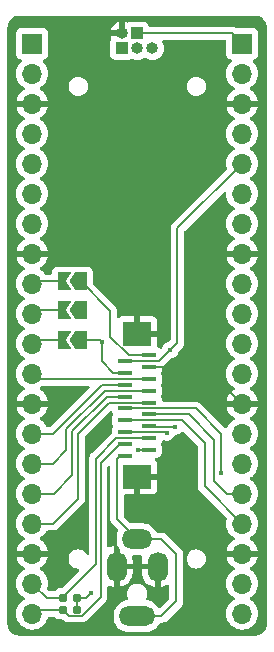
<source format=gbr>
%TF.GenerationSoftware,KiCad,Pcbnew,8.0.4-unknown-202407232306~396e531e7c~ubuntu22.04.1*%
%TF.CreationDate,2024-09-04T14:27:01+01:00*%
%TF.ProjectId,CONTROLLER_pico,434f4e54-524f-44c4-9c45-525f7069636f,rev?*%
%TF.SameCoordinates,Original*%
%TF.FileFunction,Copper,L4,Bot*%
%TF.FilePolarity,Positive*%
%FSLAX46Y46*%
G04 Gerber Fmt 4.6, Leading zero omitted, Abs format (unit mm)*
G04 Created by KiCad (PCBNEW 8.0.4-unknown-202407232306~396e531e7c~ubuntu22.04.1) date 2024-09-04 14:27:01*
%MOMM*%
%LPD*%
G01*
G04 APERTURE LIST*
G04 Aperture macros list*
%AMRoundRect*
0 Rectangle with rounded corners*
0 $1 Rounding radius*
0 $2 $3 $4 $5 $6 $7 $8 $9 X,Y pos of 4 corners*
0 Add a 4 corners polygon primitive as box body*
4,1,4,$2,$3,$4,$5,$6,$7,$8,$9,$2,$3,0*
0 Add four circle primitives for the rounded corners*
1,1,$1+$1,$2,$3*
1,1,$1+$1,$4,$5*
1,1,$1+$1,$6,$7*
1,1,$1+$1,$8,$9*
0 Add four rect primitives between the rounded corners*
20,1,$1+$1,$2,$3,$4,$5,0*
20,1,$1+$1,$4,$5,$6,$7,0*
20,1,$1+$1,$6,$7,$8,$9,0*
20,1,$1+$1,$8,$9,$2,$3,0*%
%AMFreePoly0*
4,1,6,1.000000,0.000000,0.500000,-0.750000,-0.500000,-0.750000,-0.500000,0.750000,0.500000,0.750000,1.000000,0.000000,1.000000,0.000000,$1*%
%AMFreePoly1*
4,1,6,0.500000,-0.750000,-0.650000,-0.750000,-0.150000,0.000000,-0.650000,0.750000,0.500000,0.750000,0.500000,-0.750000,0.500000,-0.750000,$1*%
G04 Aperture macros list end*
%TA.AperFunction,ComponentPad*%
%ADD10RoundRect,0.800000X0.050000X0.450000X-0.050000X0.450000X-0.050000X-0.450000X0.050000X-0.450000X0*%
%TD*%
%TA.AperFunction,ComponentPad*%
%ADD11RoundRect,0.800000X-0.450000X0.050000X-0.450000X-0.050000X0.450000X-0.050000X0.450000X0.050000X0*%
%TD*%
%TA.AperFunction,ComponentPad*%
%ADD12RoundRect,0.800000X-0.700000X0.050000X-0.700000X-0.050000X0.700000X-0.050000X0.700000X0.050000X0*%
%TD*%
%TA.AperFunction,ComponentPad*%
%ADD13R,1.000000X1.000000*%
%TD*%
%TA.AperFunction,ComponentPad*%
%ADD14O,1.000000X1.000000*%
%TD*%
%TA.AperFunction,ComponentPad*%
%ADD15R,1.700000X1.700000*%
%TD*%
%TA.AperFunction,ComponentPad*%
%ADD16O,1.700000X1.700000*%
%TD*%
%TA.AperFunction,SMDPad,CuDef*%
%ADD17FreePoly0,180.000000*%
%TD*%
%TA.AperFunction,SMDPad,CuDef*%
%ADD18FreePoly1,180.000000*%
%TD*%
%TA.AperFunction,SMDPad,CuDef*%
%ADD19R,1.200000X0.400000*%
%TD*%
%TA.AperFunction,SMDPad,CuDef*%
%ADD20R,2.400000X2.000000*%
%TD*%
%TA.AperFunction,SMDPad,CuDef*%
%ADD21RoundRect,0.160000X0.197500X0.160000X-0.197500X0.160000X-0.197500X-0.160000X0.197500X-0.160000X0*%
%TD*%
%TA.AperFunction,ViaPad*%
%ADD22C,0.400000*%
%TD*%
%TA.AperFunction,Conductor*%
%ADD23C,0.150000*%
%TD*%
G04 APERTURE END LIST*
D10*
%TO.P,J2,1,T*%
%TO.N,GND*%
X98250000Y-106145000D03*
D11*
%TO.P,J2,2,R*%
%TO.N,/extRef*%
X100000000Y-103845000D03*
D10*
%TO.P,J2,3,T*%
%TO.N,GND*%
X101750000Y-106145000D03*
D12*
%TO.P,J2,6,S*%
%TO.N,/extRef*%
X100000000Y-110345000D03*
%TD*%
D13*
%TO.P,J3,1,Pin_1*%
%TO.N,/AUX1*%
X98729999Y-62270000D03*
D14*
%TO.P,J3,2,Pin_2*%
%TO.N,/AUX2*%
X100000000Y-62270000D03*
%TO.P,J3,3,Pin_3*%
%TO.N,/AUX3*%
X101269999Y-62270000D03*
%TD*%
D13*
%TO.P,J1,1,Pin_1*%
%TO.N,VSYS*%
X100000000Y-61000000D03*
D14*
%TO.P,J1,2,Pin_2*%
%TO.N,GND*%
X98729999Y-61000000D03*
%TD*%
D15*
%TO.P,J5,1,Pin_1*%
%TO.N,VSYS*%
X108890000Y-61870000D03*
D16*
%TO.P,J5,2,Pin_2*%
%TO.N,unconnected-(J5-Pin_2-Pad2)*%
X108890000Y-64410000D03*
%TO.P,J5,3,Pin_3*%
%TO.N,GND*%
X108890000Y-66950000D03*
%TO.P,J5,4,Pin_4*%
%TO.N,unconnected-(J5-Pin_4-Pad4)*%
X108890000Y-69490000D03*
%TO.P,J5,5,Pin_5*%
%TO.N,+3.3V*%
X108890000Y-72030000D03*
%TO.P,J5,6,Pin_6*%
%TO.N,unconnected-(J5-Pin_6-Pad6)*%
X108890000Y-74570000D03*
%TO.P,J5,7,Pin_7*%
%TO.N,unconnected-(J5-Pin_7-Pad7)*%
X108890000Y-77110000D03*
%TO.P,J5,8,Pin_8*%
%TO.N,GND*%
X108890000Y-79650000D03*
%TO.P,J5,9,Pin_9*%
%TO.N,unconnected-(J5-Pin_9-Pad9)*%
X108890000Y-82190000D03*
%TO.P,J5,10,Pin_10*%
%TO.N,unconnected-(J5-Pin_10-Pad10)*%
X108890000Y-84730000D03*
%TO.P,J5,11,Pin_11*%
%TO.N,unconnected-(J5-Pin_11-Pad11)*%
X108890000Y-87270000D03*
%TO.P,J5,12,Pin_12*%
%TO.N,unconnected-(J5-Pin_12-Pad12)*%
X108890000Y-89810000D03*
%TO.P,J5,13,Pin_13*%
%TO.N,GND*%
X108890000Y-92350000D03*
%TO.P,J5,14,Pin_14*%
%TO.N,/IO1_out*%
X108890000Y-94890000D03*
%TO.P,J5,15,Pin_15*%
%TO.N,/IO2*%
X108890000Y-97430000D03*
%TO.P,J5,16,Pin_16*%
%TO.N,/PICO*%
X108890000Y-99970000D03*
%TO.P,J5,17,Pin_17*%
%TO.N,/SCLK*%
X108890000Y-102510000D03*
%TO.P,J5,18,Pin_18*%
%TO.N,GND*%
X108890000Y-105050000D03*
%TO.P,J5,19,Pin_19*%
%TO.N,unconnected-(J5-Pin_19-Pad19)*%
X108890000Y-107590000D03*
%TO.P,J5,20,Pin_20*%
%TO.N,/POCI*%
X108890000Y-110130000D03*
%TD*%
D15*
%TO.P,J4,1,Pin_1*%
%TO.N,unconnected-(J4-Pin_1-Pad1)*%
X91110000Y-61870000D03*
D16*
%TO.P,J4,2,Pin_2*%
%TO.N,unconnected-(J4-Pin_2-Pad2)*%
X91110000Y-64410000D03*
%TO.P,J4,3,Pin_3*%
%TO.N,GND*%
X91110000Y-66950000D03*
%TO.P,J4,4,Pin_4*%
%TO.N,unconnected-(J4-Pin_4-Pad4)*%
X91110000Y-69490000D03*
%TO.P,J4,5,Pin_5*%
%TO.N,unconnected-(J4-Pin_5-Pad5)*%
X91110000Y-72030000D03*
%TO.P,J4,6,Pin_6*%
%TO.N,unconnected-(J4-Pin_6-Pad6)*%
X91110000Y-74570000D03*
%TO.P,J4,7,Pin_7*%
%TO.N,unconnected-(J4-Pin_7-Pad7)*%
X91110000Y-77110000D03*
%TO.P,J4,8,Pin_8*%
%TO.N,GND*%
X91110000Y-79650000D03*
%TO.P,J4,9,Pin_9*%
%TO.N,Net-(J4-Pin_9)*%
X91110000Y-82190000D03*
%TO.P,J4,10,Pin_10*%
%TO.N,Net-(J4-Pin_10)*%
X91110000Y-84730000D03*
%TO.P,J4,11,Pin_11*%
%TO.N,Net-(J4-Pin_11)*%
X91110000Y-87270000D03*
%TO.P,J4,12,Pin_12*%
%TO.N,/addr_bus_0*%
X91110000Y-89810000D03*
%TO.P,J4,13,Pin_13*%
%TO.N,GND*%
X91110000Y-92350000D03*
%TO.P,J4,14,Pin_14*%
%TO.N,/addr_bus_1*%
X91110000Y-94890000D03*
%TO.P,J4,15,Pin_15*%
%TO.N,/addr_bus_2*%
X91110000Y-97430000D03*
%TO.P,J4,16,Pin_16*%
%TO.N,/addr_bus_3*%
X91110000Y-99970000D03*
%TO.P,J4,17,Pin_17*%
%TO.N,/addr_bus_4*%
X91110000Y-102510000D03*
%TO.P,J4,18,Pin_18*%
%TO.N,GND*%
X91110000Y-105050000D03*
%TO.P,J4,19,Pin_19*%
%TO.N,/I2C_SDA*%
X91110000Y-107590000D03*
%TO.P,J4,20,Pin_20*%
%TO.N,/i2C_SCL*%
X91110000Y-110130000D03*
%TD*%
D17*
%TO.P,JP2,1,A*%
%TO.N,/AUX1*%
X95224999Y-82000000D03*
D18*
%TO.P,JP2,2,B*%
%TO.N,Net-(J4-Pin_9)*%
X93775001Y-82000000D03*
%TD*%
D19*
%TO.P,FPC1,1,1*%
%TO.N,/AUX1*%
X101000000Y-88260000D03*
%TO.P,FPC1,2,2*%
%TO.N,+3.3V*%
X99000000Y-88760000D03*
%TO.P,FPC1,3,3*%
%TO.N,GND*%
X101000000Y-89260000D03*
%TO.P,FPC1,4,4*%
%TO.N,/AUX3*%
X99000000Y-89760000D03*
%TO.P,FPC1,5,5*%
%TO.N,/addr_bus_0*%
X101000000Y-90260000D03*
%TO.P,FPC1,6,6*%
%TO.N,/addr_bus_1*%
X99000000Y-90760000D03*
%TO.P,FPC1,7,7*%
%TO.N,/addr_bus_2*%
X101000000Y-91260000D03*
%TO.P,FPC1,8,8*%
%TO.N,/addr_bus_3*%
X99000000Y-91760000D03*
%TO.P,FPC1,9,9*%
%TO.N,/addr_bus_4*%
X101000000Y-92260000D03*
%TO.P,FPC1,10,10*%
%TO.N,/POCI*%
X99000000Y-92760000D03*
%TO.P,FPC1,11,11*%
%TO.N,/PICO*%
X101000000Y-93260000D03*
%TO.P,FPC1,12,12*%
%TO.N,/SCLK*%
X99000000Y-93760000D03*
%TO.P,FPC1,13,13*%
%TO.N,/IO1_out*%
X101000000Y-94260000D03*
%TO.P,FPC1,14,14*%
%TO.N,/IO2*%
X99000000Y-94760000D03*
%TO.P,FPC1,15,15*%
%TO.N,/I2C_SDA*%
X101000000Y-95260000D03*
%TO.P,FPC1,16,16*%
%TO.N,/i2C_SCL*%
X99000000Y-95760000D03*
%TO.P,FPC1,17,17*%
%TO.N,/AUX2*%
X101000000Y-96260000D03*
%TO.P,FPC1,18,18*%
%TO.N,/extRef*%
X99000000Y-96760000D03*
D20*
%TO.P,FPC1,19,19*%
%TO.N,GND*%
X100000000Y-98540000D03*
%TO.P,FPC1,20,20*%
X100000000Y-86460000D03*
%TD*%
D17*
%TO.P,JP3,1,A*%
%TO.N,/AUX2*%
X95225000Y-84450000D03*
D18*
%TO.P,JP3,2,B*%
%TO.N,Net-(J4-Pin_10)*%
X93775000Y-84450000D03*
%TD*%
D21*
%TO.P,R2,1*%
%TO.N,+3.3V*%
X94897500Y-108800000D03*
%TO.P,R2,2*%
%TO.N,/I2C_SDA*%
X93702500Y-108800000D03*
%TD*%
D17*
%TO.P,JP4,1,A*%
%TO.N,/AUX3*%
X95225000Y-87000000D03*
D18*
%TO.P,JP4,2,B*%
%TO.N,Net-(J4-Pin_11)*%
X93775000Y-87000000D03*
%TD*%
D21*
%TO.P,R1,1*%
%TO.N,+3.3V*%
X94897500Y-109800000D03*
%TO.P,R1,2*%
%TO.N,/i2C_SCL*%
X93702500Y-109800000D03*
%TD*%
D22*
%TO.N,+3.3V*%
X96100000Y-108400000D03*
X102800000Y-87800000D03*
%TO.N,/IO2*%
X102500000Y-94800000D03*
%TO.N,/AUX3*%
X97000000Y-87100000D03*
%TO.N,/POCI*%
X107100000Y-98200000D03*
%TO.N,/IO1_out*%
X103200000Y-94300000D03*
%TO.N,/AUX2*%
X100100000Y-96260000D03*
X95225000Y-84450000D03*
%TO.N,/AUX1*%
X95224999Y-82000000D03*
%TD*%
D23*
%TO.N,+3.3V*%
X103400000Y-77520000D02*
X108890000Y-72030000D01*
X102800000Y-87800000D02*
X103400000Y-87200000D01*
X95700000Y-108800000D02*
X96100000Y-108400000D01*
X101840000Y-88760000D02*
X102800000Y-87800000D01*
X94897500Y-108800000D02*
X95700000Y-108800000D01*
X103400000Y-87200000D02*
X103400000Y-77520000D01*
X94897500Y-108800000D02*
X94897500Y-109800000D01*
X99000000Y-88760000D02*
X101840000Y-88760000D01*
%TO.N,/IO2*%
X102460000Y-94760000D02*
X99000000Y-94760000D01*
X102500000Y-94800000D02*
X102460000Y-94760000D01*
%TO.N,/I2C_SDA*%
X96500000Y-97000000D02*
X96500000Y-105900000D01*
X93702500Y-108800000D02*
X92320000Y-108800000D01*
X92320000Y-108800000D02*
X91110000Y-107590000D01*
X98240000Y-95260000D02*
X96500000Y-97000000D01*
X93702500Y-108697500D02*
X93702500Y-108800000D01*
X101000000Y-95260000D02*
X98240000Y-95260000D01*
X96500000Y-105900000D02*
X93702500Y-108697500D01*
%TO.N,GND*%
X105800000Y-89260000D02*
X108890000Y-92350000D01*
X101000000Y-89260000D02*
X105800000Y-89260000D01*
%TO.N,/addr_bus_0*%
X101000000Y-90260000D02*
X91560000Y-90260000D01*
X91560000Y-90260000D02*
X91110000Y-89810000D01*
%TO.N,/addr_bus_3*%
X97440000Y-91760000D02*
X94500000Y-94700000D01*
X92930000Y-99970000D02*
X91110000Y-99970000D01*
X94500000Y-94700000D02*
X94500000Y-98400000D01*
X91110000Y-99250000D02*
X91110000Y-99970000D01*
X99000000Y-91760000D02*
X97440000Y-91760000D01*
X94500000Y-98400000D02*
X92930000Y-99970000D01*
%TO.N,/i2C_SCL*%
X99000000Y-95760000D02*
X98540000Y-95760000D01*
X95300000Y-110300000D02*
X94202500Y-110300000D01*
X96900000Y-97400000D02*
X96900000Y-108700000D01*
X96900000Y-108700000D02*
X95300000Y-110300000D01*
X98540000Y-95760000D02*
X96900000Y-97400000D01*
X94202500Y-110300000D02*
X93702500Y-109800000D01*
X91440000Y-109800000D02*
X91110000Y-110130000D01*
X93702500Y-109800000D02*
X91440000Y-109800000D01*
%TO.N,/PICO*%
X101000000Y-93260000D02*
X104360000Y-93260000D01*
X107570000Y-99970000D02*
X108890000Y-99970000D01*
X104360000Y-93260000D02*
X106500000Y-95400000D01*
X106500000Y-98900000D02*
X107570000Y-99970000D01*
X106500000Y-95400000D02*
X106500000Y-98900000D01*
%TO.N,/AUX3*%
X96900000Y-87000000D02*
X97000000Y-87100000D01*
X97985000Y-89760000D02*
X99000000Y-89760000D01*
X97000000Y-88775000D02*
X97985000Y-89760000D01*
X95225000Y-87000000D02*
X96900000Y-87000000D01*
X97000000Y-87100000D02*
X97000000Y-88775000D01*
%TO.N,/POCI*%
X107100000Y-94900000D02*
X104960000Y-92760000D01*
X104960000Y-92760000D02*
X99000000Y-92760000D01*
X107100000Y-98200000D02*
X107100000Y-94900000D01*
%TO.N,/addr_bus_2*%
X94000000Y-94500000D02*
X94000000Y-96300000D01*
X101000000Y-91260000D02*
X97240000Y-91260000D01*
X92870000Y-97430000D02*
X91110000Y-97430000D01*
X97240000Y-91260000D02*
X94000000Y-94500000D01*
X94000000Y-96300000D02*
X92870000Y-97430000D01*
%TO.N,/extRef*%
X99000000Y-96760000D02*
X98540000Y-96760000D01*
X102045000Y-103845000D02*
X103300000Y-105100000D01*
X102055000Y-110345000D02*
X100000000Y-110345000D01*
X100000000Y-103845000D02*
X102045000Y-103845000D01*
X98300000Y-102145000D02*
X100000000Y-103845000D01*
X103300000Y-105100000D02*
X103300000Y-109100000D01*
X103300000Y-109100000D02*
X102055000Y-110345000D01*
X98540000Y-96760000D02*
X98300000Y-97000000D01*
X98300000Y-97000000D02*
X98300000Y-102145000D01*
%TO.N,/addr_bus_4*%
X101000000Y-92260000D02*
X97640000Y-92260000D01*
X92890000Y-102510000D02*
X91110000Y-102510000D01*
X97640000Y-92260000D02*
X95000000Y-94900000D01*
X95000000Y-100400000D02*
X92890000Y-102510000D01*
X95000000Y-94900000D02*
X95000000Y-100400000D01*
%TO.N,/SCLK*%
X99000000Y-93760000D02*
X103760000Y-93760000D01*
X103760000Y-93760000D02*
X105700000Y-95700000D01*
X105700000Y-99320000D02*
X108890000Y-102510000D01*
X105700000Y-95700000D02*
X105700000Y-99320000D01*
%TO.N,/IO1_out*%
X103200000Y-94300000D02*
X101040000Y-94300000D01*
X101040000Y-94300000D02*
X101000000Y-94260000D01*
%TO.N,/addr_bus_1*%
X99000000Y-90760000D02*
X97040000Y-90760000D01*
X92910000Y-94890000D02*
X91110000Y-94890000D01*
X97040000Y-90760000D02*
X92910000Y-94890000D01*
%TO.N,/AUX2*%
X100100000Y-96260000D02*
X101000000Y-96260000D01*
%TO.N,/AUX1*%
X99270000Y-88260000D02*
X101000000Y-88260000D01*
X97700000Y-84475001D02*
X97700000Y-86690000D01*
X97700000Y-86690000D02*
X99270000Y-88260000D01*
X95224999Y-82000000D02*
X97700000Y-84475001D01*
%TO.N,VSYS*%
X108020000Y-61000000D02*
X108890000Y-61870000D01*
X100000000Y-61000000D02*
X108020000Y-61000000D01*
%TO.N,Net-(J4-Pin_11)*%
X93775000Y-87000000D02*
X91380000Y-87000000D01*
X91380000Y-87000000D02*
X91110000Y-87270000D01*
%TO.N,Net-(J4-Pin_9)*%
X93775001Y-82000000D02*
X91300000Y-82000000D01*
X91300000Y-82000000D02*
X91110000Y-82190000D01*
%TO.N,Net-(J4-Pin_10)*%
X93775000Y-84450000D02*
X91390000Y-84450000D01*
X91390000Y-84450000D02*
X91110000Y-84730000D01*
%TD*%
%TA.AperFunction,Conductor*%
%TO.N,GND*%
G36*
X97830097Y-92986296D02*
G01*
X97886030Y-93028168D01*
X97901339Y-93060908D01*
X97903198Y-93060215D01*
X97959303Y-93210641D01*
X97957575Y-93211285D01*
X97970095Y-93268853D01*
X97958310Y-93308988D01*
X97959303Y-93309359D01*
X97956204Y-93317669D01*
X97905909Y-93452517D01*
X97899500Y-93512127D01*
X97899500Y-93512134D01*
X97899500Y-93512135D01*
X97899500Y-94007870D01*
X97899501Y-94007876D01*
X97905908Y-94067483D01*
X97959303Y-94210641D01*
X97957575Y-94211285D01*
X97970095Y-94268853D01*
X97958310Y-94308988D01*
X97959303Y-94309359D01*
X97905908Y-94452517D01*
X97899501Y-94512116D01*
X97899500Y-94512135D01*
X97899500Y-94735257D01*
X97879815Y-94802296D01*
X97863181Y-94822938D01*
X96146635Y-96539485D01*
X96039487Y-96646632D01*
X96039485Y-96646635D01*
X95963719Y-96777863D01*
X95924500Y-96924234D01*
X95924500Y-105017514D01*
X95904815Y-105084553D01*
X95852011Y-105130308D01*
X95782853Y-105140252D01*
X95719297Y-105111227D01*
X95695507Y-105083487D01*
X95637685Y-104991465D01*
X95508536Y-104862316D01*
X95353887Y-104765143D01*
X95181489Y-104704819D01*
X95000003Y-104684371D01*
X94999997Y-104684371D01*
X94818510Y-104704819D01*
X94646112Y-104765143D01*
X94491463Y-104862316D01*
X94369606Y-104984174D01*
X94362316Y-104991464D01*
X94341725Y-105024235D01*
X94265143Y-105146112D01*
X94204819Y-105318510D01*
X94184371Y-105499997D01*
X94184371Y-105500002D01*
X94204819Y-105681489D01*
X94265143Y-105853887D01*
X94336524Y-105967489D01*
X94362316Y-106008536D01*
X94491464Y-106137684D01*
X94646112Y-106234856D01*
X94818505Y-106295179D01*
X94818508Y-106295179D01*
X94818510Y-106295180D01*
X94987229Y-106314190D01*
X95051643Y-106341256D01*
X95091198Y-106398851D01*
X95093336Y-106468688D01*
X95061027Y-106525091D01*
X93642937Y-107943181D01*
X93581614Y-107976666D01*
X93555257Y-107979500D01*
X93451611Y-107979500D01*
X93385073Y-107985546D01*
X93385066Y-107985548D01*
X93231933Y-108033265D01*
X93231929Y-108033267D01*
X93094670Y-108116242D01*
X93094665Y-108116246D01*
X93022731Y-108188181D01*
X92961408Y-108221666D01*
X92935050Y-108224500D01*
X92609742Y-108224500D01*
X92542703Y-108204815D01*
X92522061Y-108188181D01*
X92435294Y-108101414D01*
X92401809Y-108040091D01*
X92403199Y-107981644D01*
X92445063Y-107825408D01*
X92465659Y-107590000D01*
X92445063Y-107354592D01*
X92383903Y-107126337D01*
X92284035Y-106912171D01*
X92148495Y-106718599D01*
X92148494Y-106718597D01*
X91981402Y-106551506D01*
X91981401Y-106551505D01*
X91795405Y-106421269D01*
X91751781Y-106366692D01*
X91744588Y-106297193D01*
X91776110Y-106234839D01*
X91795405Y-106218119D01*
X91981082Y-106088105D01*
X92148105Y-105921082D01*
X92283600Y-105727578D01*
X92383429Y-105513492D01*
X92383432Y-105513486D01*
X92440636Y-105300000D01*
X91543012Y-105300000D01*
X91575925Y-105242993D01*
X91610000Y-105115826D01*
X91610000Y-104984174D01*
X91575925Y-104857007D01*
X91543012Y-104800000D01*
X92440636Y-104800000D01*
X92440635Y-104799999D01*
X92383432Y-104586513D01*
X92383429Y-104586507D01*
X92283600Y-104372422D01*
X92283599Y-104372420D01*
X92148113Y-104178926D01*
X92148108Y-104178920D01*
X91981078Y-104011890D01*
X91795405Y-103881879D01*
X91751780Y-103827302D01*
X91744588Y-103757804D01*
X91776110Y-103695449D01*
X91795406Y-103678730D01*
X91953099Y-103568312D01*
X91981401Y-103548495D01*
X92148495Y-103381401D01*
X92284035Y-103187830D01*
X92298367Y-103157093D01*
X92344540Y-103104656D01*
X92410749Y-103085500D01*
X92965764Y-103085500D01*
X92965766Y-103085500D01*
X93112135Y-103046281D01*
X93243365Y-102970515D01*
X95460515Y-100753365D01*
X95462893Y-100749246D01*
X95464114Y-100747133D01*
X95492113Y-100698634D01*
X95536281Y-100622135D01*
X95575500Y-100475766D01*
X95575500Y-95189742D01*
X95595185Y-95122703D01*
X95611819Y-95102061D01*
X96646397Y-94067483D01*
X97699084Y-93014795D01*
X97760405Y-92981312D01*
X97830097Y-92986296D01*
G37*
%TD.AperFunction*%
%TA.AperFunction,Conductor*%
G36*
X97643834Y-97572559D02*
G01*
X97699767Y-97614431D01*
X97724184Y-97679895D01*
X97724500Y-97688741D01*
X97724500Y-102069234D01*
X97724500Y-102220766D01*
X97738924Y-102274596D01*
X97763719Y-102367136D01*
X97801602Y-102432750D01*
X97839485Y-102498365D01*
X97839487Y-102498367D01*
X98378375Y-103037255D01*
X98411860Y-103098578D01*
X98406876Y-103168270D01*
X98403076Y-103177341D01*
X98323262Y-103348502D01*
X98323258Y-103348511D01*
X98264366Y-103568302D01*
X98264364Y-103568312D01*
X98249500Y-103738214D01*
X98249500Y-103951785D01*
X98264364Y-104121687D01*
X98264366Y-104121697D01*
X98323258Y-104341488D01*
X98323261Y-104341497D01*
X98419431Y-104547732D01*
X98419432Y-104547734D01*
X98477575Y-104630771D01*
X98499902Y-104696977D01*
X98500000Y-104701894D01*
X98500000Y-105379314D01*
X98495606Y-105374920D01*
X98404394Y-105322259D01*
X98302661Y-105295000D01*
X98197339Y-105295000D01*
X98095606Y-105322259D01*
X98004394Y-105374920D01*
X98000000Y-105379314D01*
X98000000Y-104407531D01*
X97973398Y-104409858D01*
X97973391Y-104409859D01*
X97753679Y-104468731D01*
X97753668Y-104468735D01*
X97651904Y-104516189D01*
X97582827Y-104526681D01*
X97519043Y-104498161D01*
X97480804Y-104439684D01*
X97475500Y-104403807D01*
X97475500Y-97689741D01*
X97495185Y-97622702D01*
X97511819Y-97602060D01*
X97512819Y-97601060D01*
X97574142Y-97567575D01*
X97643834Y-97572559D01*
G37*
%TD.AperFunction*%
%TA.AperFunction,Conductor*%
G36*
X107459972Y-74376420D02*
G01*
X107515905Y-74418292D01*
X107540322Y-74483756D01*
X107540166Y-74503408D01*
X107534341Y-74569996D01*
X107534341Y-74570000D01*
X107554936Y-74805403D01*
X107554938Y-74805413D01*
X107616094Y-75033655D01*
X107616096Y-75033659D01*
X107616097Y-75033663D01*
X107715965Y-75247830D01*
X107715967Y-75247834D01*
X107851501Y-75441395D01*
X107851506Y-75441402D01*
X108018597Y-75608493D01*
X108018603Y-75608498D01*
X108204158Y-75738425D01*
X108247783Y-75793002D01*
X108254977Y-75862500D01*
X108223454Y-75924855D01*
X108204158Y-75941575D01*
X108018597Y-76071505D01*
X107851505Y-76238597D01*
X107715965Y-76432169D01*
X107715964Y-76432171D01*
X107616098Y-76646335D01*
X107616094Y-76646344D01*
X107554938Y-76874586D01*
X107554936Y-76874596D01*
X107534341Y-77109999D01*
X107534341Y-77110000D01*
X107554936Y-77345403D01*
X107554938Y-77345413D01*
X107616094Y-77573655D01*
X107616096Y-77573659D01*
X107616097Y-77573663D01*
X107702232Y-77758380D01*
X107715965Y-77787830D01*
X107715967Y-77787834D01*
X107851501Y-77981395D01*
X107851506Y-77981402D01*
X108018597Y-78148493D01*
X108018603Y-78148498D01*
X108204594Y-78278730D01*
X108248219Y-78333307D01*
X108255413Y-78402805D01*
X108223890Y-78465160D01*
X108204595Y-78481880D01*
X108018922Y-78611890D01*
X108018920Y-78611891D01*
X107851891Y-78778920D01*
X107851886Y-78778926D01*
X107716400Y-78972420D01*
X107716399Y-78972422D01*
X107616570Y-79186507D01*
X107616567Y-79186513D01*
X107559364Y-79399999D01*
X107559364Y-79400000D01*
X108456988Y-79400000D01*
X108424075Y-79457007D01*
X108390000Y-79584174D01*
X108390000Y-79715826D01*
X108424075Y-79842993D01*
X108456988Y-79900000D01*
X107559364Y-79900000D01*
X107616567Y-80113486D01*
X107616570Y-80113492D01*
X107716399Y-80327578D01*
X107851894Y-80521082D01*
X108018917Y-80688105D01*
X108204595Y-80818119D01*
X108248219Y-80872696D01*
X108255412Y-80942195D01*
X108223890Y-81004549D01*
X108204595Y-81021269D01*
X108018594Y-81151508D01*
X107851505Y-81318597D01*
X107715965Y-81512169D01*
X107715964Y-81512171D01*
X107616098Y-81726335D01*
X107616094Y-81726344D01*
X107554938Y-81954586D01*
X107554936Y-81954596D01*
X107534341Y-82189999D01*
X107534341Y-82190000D01*
X107554936Y-82425403D01*
X107554938Y-82425413D01*
X107616094Y-82653655D01*
X107616096Y-82653659D01*
X107616097Y-82653663D01*
X107661020Y-82750000D01*
X107715965Y-82867830D01*
X107715967Y-82867834D01*
X107851501Y-83061395D01*
X107851506Y-83061402D01*
X108018597Y-83228493D01*
X108018603Y-83228498D01*
X108204158Y-83358425D01*
X108247783Y-83413002D01*
X108254977Y-83482500D01*
X108223454Y-83544855D01*
X108204158Y-83561575D01*
X108018597Y-83691505D01*
X107851505Y-83858597D01*
X107715965Y-84052169D01*
X107715964Y-84052171D01*
X107616098Y-84266335D01*
X107616094Y-84266344D01*
X107554938Y-84494586D01*
X107554936Y-84494596D01*
X107534341Y-84729999D01*
X107534341Y-84730000D01*
X107554936Y-84965403D01*
X107554938Y-84965413D01*
X107616094Y-85193655D01*
X107616096Y-85193659D01*
X107616097Y-85193663D01*
X107685461Y-85342414D01*
X107715965Y-85407830D01*
X107715967Y-85407834D01*
X107851501Y-85601395D01*
X107851506Y-85601402D01*
X108018597Y-85768493D01*
X108018603Y-85768498D01*
X108204158Y-85898425D01*
X108247783Y-85953002D01*
X108254977Y-86022500D01*
X108223454Y-86084855D01*
X108204158Y-86101575D01*
X108018597Y-86231505D01*
X107851507Y-86398596D01*
X107715965Y-86592169D01*
X107715964Y-86592171D01*
X107616098Y-86806335D01*
X107616094Y-86806344D01*
X107554938Y-87034586D01*
X107554936Y-87034596D01*
X107534341Y-87269999D01*
X107534341Y-87270000D01*
X107554936Y-87505403D01*
X107554938Y-87505413D01*
X107616094Y-87733655D01*
X107616096Y-87733659D01*
X107616097Y-87733663D01*
X107688291Y-87888483D01*
X107715965Y-87947830D01*
X107715967Y-87947834D01*
X107824281Y-88102521D01*
X107842072Y-88127930D01*
X107851501Y-88141395D01*
X107851506Y-88141402D01*
X108018597Y-88308493D01*
X108018603Y-88308498D01*
X108204158Y-88438425D01*
X108247783Y-88493002D01*
X108254977Y-88562500D01*
X108223454Y-88624855D01*
X108204158Y-88641575D01*
X108018597Y-88771505D01*
X107851505Y-88938597D01*
X107715965Y-89132169D01*
X107715964Y-89132171D01*
X107616098Y-89346335D01*
X107616094Y-89346344D01*
X107554938Y-89574586D01*
X107554936Y-89574596D01*
X107534341Y-89809999D01*
X107534341Y-89810000D01*
X107554936Y-90045403D01*
X107554938Y-90045413D01*
X107616094Y-90273655D01*
X107616096Y-90273659D01*
X107616097Y-90273663D01*
X107715965Y-90487830D01*
X107715967Y-90487834D01*
X107851501Y-90681395D01*
X107851506Y-90681402D01*
X108018597Y-90848493D01*
X108018603Y-90848498D01*
X108204594Y-90978730D01*
X108248219Y-91033307D01*
X108255413Y-91102805D01*
X108223890Y-91165160D01*
X108204595Y-91181880D01*
X108018922Y-91311890D01*
X108018920Y-91311891D01*
X107851891Y-91478920D01*
X107851886Y-91478926D01*
X107716400Y-91672420D01*
X107716399Y-91672422D01*
X107616570Y-91886507D01*
X107616567Y-91886513D01*
X107559364Y-92099999D01*
X107559364Y-92100000D01*
X108456988Y-92100000D01*
X108424075Y-92157007D01*
X108390000Y-92284174D01*
X108390000Y-92415826D01*
X108424075Y-92542993D01*
X108456988Y-92600000D01*
X107559364Y-92600000D01*
X107616567Y-92813486D01*
X107616570Y-92813492D01*
X107716399Y-93027578D01*
X107851894Y-93221082D01*
X108018917Y-93388105D01*
X108204595Y-93518119D01*
X108248219Y-93572696D01*
X108255412Y-93642195D01*
X108223890Y-93704549D01*
X108204595Y-93721269D01*
X108018594Y-93851508D01*
X107851505Y-94018597D01*
X107715965Y-94212169D01*
X107715964Y-94212171D01*
X107635006Y-94385787D01*
X107588834Y-94438226D01*
X107521640Y-94457378D01*
X107454759Y-94437162D01*
X107434943Y-94421063D01*
X105313367Y-92299487D01*
X105313365Y-92299485D01*
X105247750Y-92261602D01*
X105182136Y-92223719D01*
X105108950Y-92204109D01*
X105035766Y-92184500D01*
X105035765Y-92184500D01*
X102224499Y-92184500D01*
X102157460Y-92164815D01*
X102111705Y-92112011D01*
X102100499Y-92060500D01*
X102100499Y-92012129D01*
X102100498Y-92012123D01*
X102094091Y-91952518D01*
X102093115Y-91949901D01*
X102043796Y-91817669D01*
X102043794Y-91817666D01*
X102040696Y-91809360D01*
X102042426Y-91808714D01*
X102029902Y-91751163D01*
X102041691Y-91711011D01*
X102040696Y-91710640D01*
X102043794Y-91702333D01*
X102043796Y-91702331D01*
X102094091Y-91567483D01*
X102100500Y-91507873D01*
X102100499Y-91012128D01*
X102094091Y-90952517D01*
X102043796Y-90817669D01*
X102043794Y-90817666D01*
X102040696Y-90809360D01*
X102042426Y-90808714D01*
X102029902Y-90751163D01*
X102041691Y-90711011D01*
X102040696Y-90710640D01*
X102043794Y-90702333D01*
X102043796Y-90702331D01*
X102094091Y-90567483D01*
X102100500Y-90507873D01*
X102100499Y-90012128D01*
X102094091Y-89952517D01*
X102043796Y-89817669D01*
X102040697Y-89809359D01*
X102042266Y-89808773D01*
X102029616Y-89750630D01*
X102041314Y-89710793D01*
X102040253Y-89710398D01*
X102093597Y-89567376D01*
X102093598Y-89567372D01*
X102099999Y-89507844D01*
X102100000Y-89507827D01*
X102100000Y-89460000D01*
X102096615Y-89456615D01*
X102063130Y-89395292D01*
X102068114Y-89325600D01*
X102109986Y-89269667D01*
X102122296Y-89261547D01*
X102128178Y-89258150D01*
X102193365Y-89220515D01*
X102898202Y-88515676D01*
X102956204Y-88482963D01*
X103050225Y-88459790D01*
X103200852Y-88380734D01*
X103328183Y-88267929D01*
X103424818Y-88127930D01*
X103485140Y-87968872D01*
X103485528Y-87965675D01*
X103486463Y-87963501D01*
X103486935Y-87961589D01*
X103487252Y-87961667D01*
X103513144Y-87901498D01*
X103520931Y-87892947D01*
X103860515Y-87553365D01*
X103936281Y-87422135D01*
X103975500Y-87275767D01*
X103975500Y-87124234D01*
X103975500Y-77809741D01*
X103995185Y-77742702D01*
X104011814Y-77722065D01*
X107328959Y-74404919D01*
X107390280Y-74371436D01*
X107459972Y-74376420D01*
G37*
%TD.AperFunction*%
%TA.AperFunction,Conductor*%
G36*
X95918297Y-90855185D02*
G01*
X95964052Y-90907989D01*
X95973996Y-90977147D01*
X95944971Y-91040703D01*
X95938939Y-91047181D01*
X92707939Y-94278181D01*
X92646616Y-94311666D01*
X92620258Y-94314500D01*
X92410748Y-94314500D01*
X92343709Y-94294815D01*
X92298366Y-94242904D01*
X92284036Y-94212174D01*
X92284035Y-94212171D01*
X92284033Y-94212168D01*
X92284032Y-94212166D01*
X92148494Y-94018597D01*
X91981402Y-93851506D01*
X91981401Y-93851505D01*
X91795405Y-93721269D01*
X91751781Y-93666692D01*
X91744588Y-93597193D01*
X91776110Y-93534839D01*
X91795405Y-93518119D01*
X91981082Y-93388105D01*
X92148105Y-93221082D01*
X92283600Y-93027578D01*
X92383429Y-92813492D01*
X92383432Y-92813486D01*
X92440636Y-92600000D01*
X91543012Y-92600000D01*
X91575925Y-92542993D01*
X91610000Y-92415826D01*
X91610000Y-92284174D01*
X91575925Y-92157007D01*
X91543012Y-92100000D01*
X92440636Y-92100000D01*
X92440635Y-92099999D01*
X92383432Y-91886513D01*
X92383429Y-91886507D01*
X92283600Y-91672422D01*
X92283599Y-91672420D01*
X92148113Y-91478926D01*
X92148108Y-91478920D01*
X91981078Y-91311890D01*
X91795405Y-91181879D01*
X91751780Y-91127302D01*
X91744588Y-91057804D01*
X91776110Y-90995449D01*
X91795406Y-90978730D01*
X91967934Y-90857925D01*
X92034140Y-90835598D01*
X92039057Y-90835500D01*
X95851258Y-90835500D01*
X95918297Y-90855185D01*
G37*
%TD.AperFunction*%
%TA.AperFunction,Conductor*%
G36*
X110005394Y-59510971D02*
G01*
X110161019Y-59524587D01*
X110182297Y-59528338D01*
X110327951Y-59567366D01*
X110348261Y-59574759D01*
X110484915Y-59638482D01*
X110503633Y-59649289D01*
X110627154Y-59735779D01*
X110643712Y-59749673D01*
X110750326Y-59856287D01*
X110764220Y-59872845D01*
X110850710Y-59996366D01*
X110861517Y-60015084D01*
X110925240Y-60151738D01*
X110932633Y-60172049D01*
X110971659Y-60317696D01*
X110975412Y-60338982D01*
X110989028Y-60494604D01*
X110989500Y-60505412D01*
X110989500Y-110994587D01*
X110989028Y-111005395D01*
X110975412Y-111161017D01*
X110971659Y-111182303D01*
X110932633Y-111327950D01*
X110925240Y-111348261D01*
X110861517Y-111484915D01*
X110850710Y-111503633D01*
X110764220Y-111627154D01*
X110750326Y-111643712D01*
X110643712Y-111750326D01*
X110627154Y-111764220D01*
X110503633Y-111850710D01*
X110484915Y-111861517D01*
X110348261Y-111925240D01*
X110327950Y-111932633D01*
X110182303Y-111971659D01*
X110161017Y-111975412D01*
X110027247Y-111987116D01*
X110005393Y-111989028D01*
X109994588Y-111989500D01*
X90005412Y-111989500D01*
X89994606Y-111989028D01*
X89969584Y-111986838D01*
X89838982Y-111975412D01*
X89817696Y-111971659D01*
X89672049Y-111932633D01*
X89651738Y-111925240D01*
X89515084Y-111861517D01*
X89496366Y-111850710D01*
X89372845Y-111764220D01*
X89356287Y-111750326D01*
X89249673Y-111643712D01*
X89235779Y-111627154D01*
X89149289Y-111503633D01*
X89138482Y-111484915D01*
X89074759Y-111348261D01*
X89067366Y-111327950D01*
X89060957Y-111304032D01*
X89028338Y-111182297D01*
X89024587Y-111161016D01*
X89010972Y-111005394D01*
X89010500Y-110994587D01*
X89010500Y-64409999D01*
X89754341Y-64409999D01*
X89754341Y-64410000D01*
X89774936Y-64645403D01*
X89774938Y-64645413D01*
X89836094Y-64873655D01*
X89836096Y-64873659D01*
X89836097Y-64873663D01*
X89935965Y-65087830D01*
X89935967Y-65087834D01*
X90071501Y-65281395D01*
X90071506Y-65281402D01*
X90238597Y-65448493D01*
X90238603Y-65448498D01*
X90424594Y-65578730D01*
X90468219Y-65633307D01*
X90475413Y-65702805D01*
X90443890Y-65765160D01*
X90424595Y-65781880D01*
X90238922Y-65911890D01*
X90238920Y-65911891D01*
X90071891Y-66078920D01*
X90071886Y-66078926D01*
X89936400Y-66272420D01*
X89936399Y-66272422D01*
X89836570Y-66486507D01*
X89836567Y-66486513D01*
X89779364Y-66699999D01*
X89779364Y-66700000D01*
X90676988Y-66700000D01*
X90644075Y-66757007D01*
X90610000Y-66884174D01*
X90610000Y-67015826D01*
X90644075Y-67142993D01*
X90676988Y-67200000D01*
X89779364Y-67200000D01*
X89836567Y-67413486D01*
X89836570Y-67413492D01*
X89936399Y-67627578D01*
X90071894Y-67821082D01*
X90238917Y-67988105D01*
X90424595Y-68118119D01*
X90468219Y-68172696D01*
X90475412Y-68242195D01*
X90443890Y-68304549D01*
X90424595Y-68321269D01*
X90238594Y-68451508D01*
X90071505Y-68618597D01*
X89935965Y-68812169D01*
X89935964Y-68812171D01*
X89836098Y-69026335D01*
X89836094Y-69026344D01*
X89774938Y-69254586D01*
X89774936Y-69254596D01*
X89754341Y-69489999D01*
X89754341Y-69490000D01*
X89774936Y-69725403D01*
X89774938Y-69725413D01*
X89836094Y-69953655D01*
X89836096Y-69953659D01*
X89836097Y-69953663D01*
X89935965Y-70167830D01*
X89935967Y-70167834D01*
X90071501Y-70361395D01*
X90071506Y-70361402D01*
X90238597Y-70528493D01*
X90238603Y-70528498D01*
X90424158Y-70658425D01*
X90467783Y-70713002D01*
X90474977Y-70782500D01*
X90443454Y-70844855D01*
X90424158Y-70861575D01*
X90238597Y-70991505D01*
X90071505Y-71158597D01*
X89935965Y-71352169D01*
X89935964Y-71352171D01*
X89836098Y-71566335D01*
X89836094Y-71566344D01*
X89774938Y-71794586D01*
X89774936Y-71794596D01*
X89754341Y-72029999D01*
X89754341Y-72030000D01*
X89774936Y-72265403D01*
X89774938Y-72265413D01*
X89836094Y-72493655D01*
X89836096Y-72493659D01*
X89836097Y-72493663D01*
X89858364Y-72541414D01*
X89935965Y-72707830D01*
X89935967Y-72707834D01*
X90071501Y-72901395D01*
X90071506Y-72901402D01*
X90238597Y-73068493D01*
X90238603Y-73068498D01*
X90424158Y-73198425D01*
X90467783Y-73253002D01*
X90474977Y-73322500D01*
X90443454Y-73384855D01*
X90424158Y-73401575D01*
X90238597Y-73531505D01*
X90071505Y-73698597D01*
X89935965Y-73892169D01*
X89935964Y-73892171D01*
X89836098Y-74106335D01*
X89836094Y-74106344D01*
X89774938Y-74334586D01*
X89774936Y-74334596D01*
X89754341Y-74569999D01*
X89754341Y-74570000D01*
X89774936Y-74805403D01*
X89774938Y-74805413D01*
X89836094Y-75033655D01*
X89836096Y-75033659D01*
X89836097Y-75033663D01*
X89935965Y-75247830D01*
X89935967Y-75247834D01*
X90071501Y-75441395D01*
X90071506Y-75441402D01*
X90238597Y-75608493D01*
X90238603Y-75608498D01*
X90424158Y-75738425D01*
X90467783Y-75793002D01*
X90474977Y-75862500D01*
X90443454Y-75924855D01*
X90424158Y-75941575D01*
X90238597Y-76071505D01*
X90071505Y-76238597D01*
X89935965Y-76432169D01*
X89935964Y-76432171D01*
X89836098Y-76646335D01*
X89836094Y-76646344D01*
X89774938Y-76874586D01*
X89774936Y-76874596D01*
X89754341Y-77109999D01*
X89754341Y-77110000D01*
X89774936Y-77345403D01*
X89774938Y-77345413D01*
X89836094Y-77573655D01*
X89836096Y-77573659D01*
X89836097Y-77573663D01*
X89922232Y-77758380D01*
X89935965Y-77787830D01*
X89935967Y-77787834D01*
X90071501Y-77981395D01*
X90071506Y-77981402D01*
X90238597Y-78148493D01*
X90238603Y-78148498D01*
X90424594Y-78278730D01*
X90468219Y-78333307D01*
X90475413Y-78402805D01*
X90443890Y-78465160D01*
X90424595Y-78481880D01*
X90238922Y-78611890D01*
X90238920Y-78611891D01*
X90071891Y-78778920D01*
X90071886Y-78778926D01*
X89936400Y-78972420D01*
X89936399Y-78972422D01*
X89836570Y-79186507D01*
X89836567Y-79186513D01*
X89779364Y-79399999D01*
X89779364Y-79400000D01*
X90676988Y-79400000D01*
X90644075Y-79457007D01*
X90610000Y-79584174D01*
X90610000Y-79715826D01*
X90644075Y-79842993D01*
X90676988Y-79900000D01*
X89779364Y-79900000D01*
X89836567Y-80113486D01*
X89836570Y-80113492D01*
X89936399Y-80327578D01*
X90071894Y-80521082D01*
X90238917Y-80688105D01*
X90424595Y-80818119D01*
X90468219Y-80872696D01*
X90475412Y-80942195D01*
X90443890Y-81004549D01*
X90424595Y-81021269D01*
X90238594Y-81151508D01*
X90071505Y-81318597D01*
X89935965Y-81512169D01*
X89935964Y-81512171D01*
X89836098Y-81726335D01*
X89836094Y-81726344D01*
X89774938Y-81954586D01*
X89774936Y-81954596D01*
X89754341Y-82189999D01*
X89754341Y-82190000D01*
X89774936Y-82425403D01*
X89774938Y-82425413D01*
X89836094Y-82653655D01*
X89836096Y-82653659D01*
X89836097Y-82653663D01*
X89881020Y-82750000D01*
X89935965Y-82867830D01*
X89935967Y-82867834D01*
X90071501Y-83061395D01*
X90071506Y-83061402D01*
X90238597Y-83228493D01*
X90238603Y-83228498D01*
X90424158Y-83358425D01*
X90467783Y-83413002D01*
X90474977Y-83482500D01*
X90443454Y-83544855D01*
X90424158Y-83561575D01*
X90238597Y-83691505D01*
X90071505Y-83858597D01*
X89935965Y-84052169D01*
X89935964Y-84052171D01*
X89836098Y-84266335D01*
X89836094Y-84266344D01*
X89774938Y-84494586D01*
X89774936Y-84494596D01*
X89754341Y-84729999D01*
X89754341Y-84730000D01*
X89774936Y-84965403D01*
X89774938Y-84965413D01*
X89836094Y-85193655D01*
X89836096Y-85193659D01*
X89836097Y-85193663D01*
X89905461Y-85342414D01*
X89935965Y-85407830D01*
X89935967Y-85407834D01*
X90071501Y-85601395D01*
X90071506Y-85601402D01*
X90238597Y-85768493D01*
X90238603Y-85768498D01*
X90424158Y-85898425D01*
X90467783Y-85953002D01*
X90474977Y-86022500D01*
X90443454Y-86084855D01*
X90424158Y-86101575D01*
X90238597Y-86231505D01*
X90071507Y-86398596D01*
X89935965Y-86592169D01*
X89935964Y-86592171D01*
X89836098Y-86806335D01*
X89836094Y-86806344D01*
X89774938Y-87034586D01*
X89774936Y-87034596D01*
X89754341Y-87269999D01*
X89754341Y-87270000D01*
X89774936Y-87505403D01*
X89774938Y-87505413D01*
X89836094Y-87733655D01*
X89836096Y-87733659D01*
X89836097Y-87733663D01*
X89908291Y-87888483D01*
X89935965Y-87947830D01*
X89935967Y-87947834D01*
X90044281Y-88102521D01*
X90062072Y-88127930D01*
X90071501Y-88141395D01*
X90071506Y-88141402D01*
X90238597Y-88308493D01*
X90238603Y-88308498D01*
X90424158Y-88438425D01*
X90467783Y-88493002D01*
X90474977Y-88562500D01*
X90443454Y-88624855D01*
X90424158Y-88641575D01*
X90238597Y-88771505D01*
X90071505Y-88938597D01*
X89935965Y-89132169D01*
X89935964Y-89132171D01*
X89836098Y-89346335D01*
X89836094Y-89346344D01*
X89774938Y-89574586D01*
X89774936Y-89574596D01*
X89754341Y-89809999D01*
X89754341Y-89810000D01*
X89774936Y-90045403D01*
X89774938Y-90045413D01*
X89836094Y-90273655D01*
X89836096Y-90273659D01*
X89836097Y-90273663D01*
X89935965Y-90487830D01*
X89935967Y-90487834D01*
X90071501Y-90681395D01*
X90071506Y-90681402D01*
X90238597Y-90848493D01*
X90238603Y-90848498D01*
X90424594Y-90978730D01*
X90468219Y-91033307D01*
X90475413Y-91102805D01*
X90443890Y-91165160D01*
X90424595Y-91181880D01*
X90238922Y-91311890D01*
X90238920Y-91311891D01*
X90071891Y-91478920D01*
X90071886Y-91478926D01*
X89936400Y-91672420D01*
X89936399Y-91672422D01*
X89836570Y-91886507D01*
X89836567Y-91886513D01*
X89779364Y-92099999D01*
X89779364Y-92100000D01*
X90676988Y-92100000D01*
X90644075Y-92157007D01*
X90610000Y-92284174D01*
X90610000Y-92415826D01*
X90644075Y-92542993D01*
X90676988Y-92600000D01*
X89779364Y-92600000D01*
X89836567Y-92813486D01*
X89836570Y-92813492D01*
X89936399Y-93027578D01*
X90071894Y-93221082D01*
X90238917Y-93388105D01*
X90424595Y-93518119D01*
X90468219Y-93572696D01*
X90475412Y-93642195D01*
X90443890Y-93704549D01*
X90424595Y-93721269D01*
X90238594Y-93851508D01*
X90071505Y-94018597D01*
X89935965Y-94212169D01*
X89935964Y-94212171D01*
X89836098Y-94426335D01*
X89836094Y-94426344D01*
X89774938Y-94654586D01*
X89774936Y-94654596D01*
X89754341Y-94889999D01*
X89754341Y-94890000D01*
X89774936Y-95125403D01*
X89774938Y-95125413D01*
X89836094Y-95353655D01*
X89836096Y-95353659D01*
X89836097Y-95353663D01*
X89905149Y-95501744D01*
X89935965Y-95567830D01*
X89935967Y-95567834D01*
X90071501Y-95761395D01*
X90071506Y-95761402D01*
X90238597Y-95928493D01*
X90238603Y-95928498D01*
X90424158Y-96058425D01*
X90467783Y-96113002D01*
X90474977Y-96182500D01*
X90443454Y-96244855D01*
X90424158Y-96261575D01*
X90238597Y-96391505D01*
X90071505Y-96558597D01*
X89935965Y-96752169D01*
X89935964Y-96752171D01*
X89836098Y-96966335D01*
X89836094Y-96966344D01*
X89774938Y-97194586D01*
X89774936Y-97194596D01*
X89754341Y-97429999D01*
X89754341Y-97430000D01*
X89774936Y-97665403D01*
X89774938Y-97665413D01*
X89836094Y-97893655D01*
X89836096Y-97893659D01*
X89836097Y-97893663D01*
X89888247Y-98005499D01*
X89935965Y-98107830D01*
X89935967Y-98107834D01*
X89973629Y-98161620D01*
X90071368Y-98301206D01*
X90071501Y-98301395D01*
X90071506Y-98301402D01*
X90238597Y-98468493D01*
X90238603Y-98468498D01*
X90424158Y-98598425D01*
X90467783Y-98653002D01*
X90474977Y-98722500D01*
X90443454Y-98784855D01*
X90424158Y-98801575D01*
X90238597Y-98931505D01*
X90071505Y-99098597D01*
X89935965Y-99292169D01*
X89935964Y-99292171D01*
X89836098Y-99506335D01*
X89836094Y-99506344D01*
X89774938Y-99734586D01*
X89774936Y-99734596D01*
X89754341Y-99969999D01*
X89754341Y-99970000D01*
X89774936Y-100205403D01*
X89774938Y-100205413D01*
X89836094Y-100433655D01*
X89836096Y-100433659D01*
X89836097Y-100433663D01*
X89888247Y-100545499D01*
X89935965Y-100647830D01*
X89935967Y-100647834D01*
X90071501Y-100841395D01*
X90071506Y-100841402D01*
X90238597Y-101008493D01*
X90238603Y-101008498D01*
X90424158Y-101138425D01*
X90467783Y-101193002D01*
X90474977Y-101262500D01*
X90443454Y-101324855D01*
X90424158Y-101341575D01*
X90238597Y-101471505D01*
X90071505Y-101638597D01*
X89935965Y-101832169D01*
X89935964Y-101832171D01*
X89836098Y-102046335D01*
X89836094Y-102046344D01*
X89774938Y-102274586D01*
X89774936Y-102274596D01*
X89754341Y-102509999D01*
X89754341Y-102510000D01*
X89774936Y-102745403D01*
X89774938Y-102745413D01*
X89836094Y-102973655D01*
X89836096Y-102973659D01*
X89836097Y-102973663D01*
X89897180Y-103104656D01*
X89935965Y-103187830D01*
X89935967Y-103187834D01*
X90071501Y-103381395D01*
X90071506Y-103381402D01*
X90238597Y-103548493D01*
X90238603Y-103548498D01*
X90424594Y-103678730D01*
X90468219Y-103733307D01*
X90475413Y-103802805D01*
X90443890Y-103865160D01*
X90424595Y-103881880D01*
X90238922Y-104011890D01*
X90238920Y-104011891D01*
X90071891Y-104178920D01*
X90071886Y-104178926D01*
X89936400Y-104372420D01*
X89936399Y-104372422D01*
X89836570Y-104586507D01*
X89836567Y-104586513D01*
X89779364Y-104799999D01*
X89779364Y-104800000D01*
X90676988Y-104800000D01*
X90644075Y-104857007D01*
X90610000Y-104984174D01*
X90610000Y-105115826D01*
X90644075Y-105242993D01*
X90676988Y-105300000D01*
X89779364Y-105300000D01*
X89836567Y-105513486D01*
X89836570Y-105513492D01*
X89936399Y-105727578D01*
X90071894Y-105921082D01*
X90238917Y-106088105D01*
X90424595Y-106218119D01*
X90468219Y-106272696D01*
X90475412Y-106342195D01*
X90443890Y-106404549D01*
X90424595Y-106421269D01*
X90238594Y-106551508D01*
X90071505Y-106718597D01*
X89935965Y-106912169D01*
X89935964Y-106912171D01*
X89836098Y-107126335D01*
X89836094Y-107126344D01*
X89774938Y-107354586D01*
X89774936Y-107354596D01*
X89754341Y-107589999D01*
X89754341Y-107590000D01*
X89774936Y-107825403D01*
X89774938Y-107825413D01*
X89836094Y-108053655D01*
X89836096Y-108053659D01*
X89836097Y-108053663D01*
X89898824Y-108188181D01*
X89935965Y-108267830D01*
X89935967Y-108267834D01*
X90071501Y-108461395D01*
X90071506Y-108461402D01*
X90238597Y-108628493D01*
X90238603Y-108628498D01*
X90424158Y-108758425D01*
X90467783Y-108813002D01*
X90474977Y-108882500D01*
X90443454Y-108944855D01*
X90424158Y-108961575D01*
X90238597Y-109091505D01*
X90071505Y-109258597D01*
X89935965Y-109452169D01*
X89935964Y-109452171D01*
X89836098Y-109666335D01*
X89836094Y-109666344D01*
X89774938Y-109894586D01*
X89774936Y-109894596D01*
X89754341Y-110129999D01*
X89754341Y-110130000D01*
X89774936Y-110365403D01*
X89774938Y-110365413D01*
X89836094Y-110593655D01*
X89836096Y-110593659D01*
X89836097Y-110593663D01*
X89935965Y-110807830D01*
X89935967Y-110807834D01*
X89983347Y-110875499D01*
X90071505Y-111001401D01*
X90238599Y-111168495D01*
X90243355Y-111171825D01*
X90432165Y-111304032D01*
X90432167Y-111304033D01*
X90432170Y-111304035D01*
X90646337Y-111403903D01*
X90874592Y-111465063D01*
X91062918Y-111481539D01*
X91109999Y-111485659D01*
X91110000Y-111485659D01*
X91110001Y-111485659D01*
X91149234Y-111482226D01*
X91345408Y-111465063D01*
X91573663Y-111403903D01*
X91787830Y-111304035D01*
X91981401Y-111168495D01*
X92148495Y-111001401D01*
X92284035Y-110807830D01*
X92383903Y-110593663D01*
X92417733Y-110467407D01*
X92454098Y-110407746D01*
X92516945Y-110377217D01*
X92537508Y-110375500D01*
X92935050Y-110375500D01*
X93002089Y-110395185D01*
X93022731Y-110411819D01*
X93094665Y-110483753D01*
X93094670Y-110483757D01*
X93231929Y-110566732D01*
X93231933Y-110566734D01*
X93286100Y-110583612D01*
X93385067Y-110614452D01*
X93451619Y-110620500D01*
X93657756Y-110620499D01*
X93724796Y-110640183D01*
X93745438Y-110656818D01*
X93849135Y-110760515D01*
X93980365Y-110836281D01*
X94126734Y-110875500D01*
X94126736Y-110875500D01*
X95375764Y-110875500D01*
X95375766Y-110875500D01*
X95522135Y-110836281D01*
X95653365Y-110760515D01*
X97360515Y-109053365D01*
X97436281Y-108922135D01*
X97475500Y-108775766D01*
X97475500Y-108624233D01*
X97475500Y-107886192D01*
X97495185Y-107819153D01*
X97547989Y-107773398D01*
X97617147Y-107763454D01*
X97651905Y-107773810D01*
X97753673Y-107821266D01*
X97753682Y-107821269D01*
X97973396Y-107880141D01*
X97999999Y-107882467D01*
X98000000Y-107882467D01*
X98000000Y-106910686D01*
X98004394Y-106915080D01*
X98095606Y-106967741D01*
X98197339Y-106995000D01*
X98302661Y-106995000D01*
X98404394Y-106967741D01*
X98495606Y-106915080D01*
X98500000Y-106910686D01*
X98500000Y-107882467D01*
X98526603Y-107880141D01*
X98746317Y-107821269D01*
X98746326Y-107821265D01*
X98952482Y-107725134D01*
X99138820Y-107594657D01*
X99299657Y-107433820D01*
X99430134Y-107247482D01*
X99526265Y-107041326D01*
X99526269Y-107041317D01*
X99585139Y-106821610D01*
X99585141Y-106821599D01*
X99599999Y-106651766D01*
X99600000Y-106651764D01*
X99600000Y-106395000D01*
X98650000Y-106395000D01*
X98650000Y-105895000D01*
X99599999Y-105895000D01*
X99599999Y-105638238D01*
X99599998Y-105638234D01*
X99585140Y-105468396D01*
X99585140Y-105468392D01*
X99553844Y-105351593D01*
X99555507Y-105281744D01*
X99594669Y-105223881D01*
X99658898Y-105196377D01*
X99673619Y-105195500D01*
X100326381Y-105195500D01*
X100393420Y-105215185D01*
X100439175Y-105267989D01*
X100449119Y-105337147D01*
X100446156Y-105351593D01*
X100414860Y-105468390D01*
X100414858Y-105468400D01*
X100400000Y-105638233D01*
X100400000Y-105895000D01*
X101350000Y-105895000D01*
X101350000Y-106395000D01*
X100400001Y-106395000D01*
X100400001Y-106651765D01*
X100414859Y-106821603D01*
X100414859Y-106821607D01*
X100473730Y-107041317D01*
X100473734Y-107041326D01*
X100569865Y-107247482D01*
X100700342Y-107433820D01*
X100861179Y-107594657D01*
X101047517Y-107725134D01*
X101253673Y-107821265D01*
X101253682Y-107821269D01*
X101473396Y-107880141D01*
X101499999Y-107882467D01*
X101500000Y-107882467D01*
X101500000Y-106910686D01*
X101504394Y-106915080D01*
X101595606Y-106967741D01*
X101697339Y-106995000D01*
X101802661Y-106995000D01*
X101904394Y-106967741D01*
X101995606Y-106915080D01*
X102000000Y-106910686D01*
X102000000Y-107882467D01*
X102026603Y-107880141D01*
X102246317Y-107821269D01*
X102246326Y-107821265D01*
X102452482Y-107725134D01*
X102529376Y-107671292D01*
X102595582Y-107648965D01*
X102663350Y-107665975D01*
X102711163Y-107716923D01*
X102724500Y-107772867D01*
X102724500Y-108810257D01*
X102704815Y-108877296D01*
X102688181Y-108897938D01*
X101981717Y-109604401D01*
X101920394Y-109637886D01*
X101850702Y-109632902D01*
X101794769Y-109591030D01*
X101792461Y-109587843D01*
X101700045Y-109455858D01*
X101539141Y-109294954D01*
X101352734Y-109164432D01*
X101352732Y-109164431D01*
X101146497Y-109068261D01*
X101146488Y-109068258D01*
X100926697Y-109009366D01*
X100926687Y-109009364D01*
X100874130Y-109004766D01*
X100809062Y-108979313D01*
X100768084Y-108922721D01*
X100764207Y-108852959D01*
X100777549Y-108819244D01*
X100790436Y-108796925D01*
X100846332Y-108624894D01*
X100865240Y-108445000D01*
X100846332Y-108265106D01*
X100797965Y-108116246D01*
X100790438Y-108093080D01*
X100790435Y-108093074D01*
X100778308Y-108072070D01*
X100728354Y-107985546D01*
X100699995Y-107936426D01*
X100699990Y-107936419D01*
X100578959Y-107802001D01*
X100578957Y-107801999D01*
X100432621Y-107695680D01*
X100432620Y-107695679D01*
X100305018Y-107638868D01*
X100267374Y-107622108D01*
X100267372Y-107622107D01*
X100138200Y-107594651D01*
X100090442Y-107584500D01*
X99909558Y-107584500D01*
X99861799Y-107594651D01*
X99732628Y-107622107D01*
X99567379Y-107695679D01*
X99567378Y-107695680D01*
X99421042Y-107801999D01*
X99421040Y-107802001D01*
X99300009Y-107936419D01*
X99300004Y-107936426D01*
X99209564Y-108093074D01*
X99209561Y-108093080D01*
X99153669Y-108265101D01*
X99153668Y-108265103D01*
X99134760Y-108445000D01*
X99153668Y-108624896D01*
X99153669Y-108624898D01*
X99209561Y-108796919D01*
X99209562Y-108796920D01*
X99209564Y-108796925D01*
X99222447Y-108819240D01*
X99238920Y-108887137D01*
X99216068Y-108953164D01*
X99161147Y-108996355D01*
X99125869Y-109004766D01*
X99073312Y-109009364D01*
X99073302Y-109009366D01*
X98853511Y-109068258D01*
X98853502Y-109068261D01*
X98647267Y-109164431D01*
X98647265Y-109164432D01*
X98460858Y-109294954D01*
X98299954Y-109455858D01*
X98169432Y-109642265D01*
X98169431Y-109642267D01*
X98073261Y-109848502D01*
X98073258Y-109848511D01*
X98014366Y-110068302D01*
X98014364Y-110068312D01*
X97999500Y-110238214D01*
X97999500Y-110451785D01*
X98014364Y-110621687D01*
X98014366Y-110621697D01*
X98073258Y-110841488D01*
X98073261Y-110841497D01*
X98169431Y-111047732D01*
X98169432Y-111047734D01*
X98299954Y-111234141D01*
X98460858Y-111395045D01*
X98460861Y-111395047D01*
X98647266Y-111525568D01*
X98853504Y-111621739D01*
X99073308Y-111680635D01*
X99243214Y-111695499D01*
X99243215Y-111695500D01*
X99243216Y-111695500D01*
X100756785Y-111695500D01*
X100756785Y-111695499D01*
X100926692Y-111680635D01*
X101146496Y-111621739D01*
X101352734Y-111525568D01*
X101539139Y-111395047D01*
X101700047Y-111234139D01*
X101830568Y-111047734D01*
X101856513Y-110992094D01*
X101902685Y-110939656D01*
X101968895Y-110920500D01*
X102130764Y-110920500D01*
X102130766Y-110920500D01*
X102277135Y-110881281D01*
X102408365Y-110805515D01*
X103760515Y-109453365D01*
X103836281Y-109322135D01*
X103875500Y-109175766D01*
X103875500Y-109024233D01*
X103875500Y-105499997D01*
X104184371Y-105499997D01*
X104184371Y-105500002D01*
X104204819Y-105681489D01*
X104265143Y-105853887D01*
X104336524Y-105967489D01*
X104362316Y-106008536D01*
X104491464Y-106137684D01*
X104646112Y-106234856D01*
X104818505Y-106295179D01*
X104818508Y-106295179D01*
X104818510Y-106295180D01*
X104999997Y-106315629D01*
X105000000Y-106315629D01*
X105000003Y-106315629D01*
X105181489Y-106295180D01*
X105181490Y-106295179D01*
X105181495Y-106295179D01*
X105353888Y-106234856D01*
X105508536Y-106137684D01*
X105637684Y-106008536D01*
X105734856Y-105853888D01*
X105795179Y-105681495D01*
X105795835Y-105675680D01*
X105815629Y-105500002D01*
X105815629Y-105499997D01*
X105795180Y-105318510D01*
X105795179Y-105318508D01*
X105795179Y-105318505D01*
X105734856Y-105146112D01*
X105637684Y-104991464D01*
X105508536Y-104862316D01*
X105409361Y-104800000D01*
X105353887Y-104765143D01*
X105181489Y-104704819D01*
X105000003Y-104684371D01*
X104999997Y-104684371D01*
X104818510Y-104704819D01*
X104646112Y-104765143D01*
X104491463Y-104862316D01*
X104369606Y-104984174D01*
X104362316Y-104991464D01*
X104341725Y-105024235D01*
X104265143Y-105146112D01*
X104204819Y-105318510D01*
X104184371Y-105499997D01*
X103875500Y-105499997D01*
X103875500Y-105024234D01*
X103866719Y-104991464D01*
X103836281Y-104877865D01*
X103760515Y-104746635D01*
X102398365Y-103384485D01*
X102332750Y-103346602D01*
X102267136Y-103308719D01*
X102193950Y-103289109D01*
X102120766Y-103269500D01*
X102120765Y-103269500D01*
X101718895Y-103269500D01*
X101651856Y-103249815D01*
X101606513Y-103197905D01*
X101587482Y-103157094D01*
X101580568Y-103142266D01*
X101450047Y-102955861D01*
X101450045Y-102955858D01*
X101289141Y-102794954D01*
X101102734Y-102664432D01*
X101102732Y-102664431D01*
X100896497Y-102568261D01*
X100896488Y-102568258D01*
X100676697Y-102509366D01*
X100676687Y-102509364D01*
X100506785Y-102494500D01*
X100506784Y-102494500D01*
X99514742Y-102494500D01*
X99447703Y-102474815D01*
X99427061Y-102458181D01*
X98911819Y-101942939D01*
X98878334Y-101881616D01*
X98875500Y-101855258D01*
X98875500Y-100164000D01*
X98895185Y-100096961D01*
X98947989Y-100051206D01*
X98999500Y-100040000D01*
X99750000Y-100040000D01*
X100250000Y-100040000D01*
X101247828Y-100040000D01*
X101247844Y-100039999D01*
X101307372Y-100033598D01*
X101307379Y-100033596D01*
X101442086Y-99983354D01*
X101442093Y-99983350D01*
X101557187Y-99897190D01*
X101557190Y-99897187D01*
X101643350Y-99782093D01*
X101643354Y-99782086D01*
X101693596Y-99647379D01*
X101693598Y-99647372D01*
X101699999Y-99587844D01*
X101700000Y-99587827D01*
X101700000Y-98790000D01*
X100250000Y-98790000D01*
X100250000Y-100040000D01*
X99750000Y-100040000D01*
X99750000Y-98414000D01*
X99769685Y-98346961D01*
X99822489Y-98301206D01*
X99874000Y-98290000D01*
X101700000Y-98290000D01*
X101700000Y-97492172D01*
X101699999Y-97492155D01*
X101693598Y-97432627D01*
X101693596Y-97432620D01*
X101643354Y-97297913D01*
X101643350Y-97297906D01*
X101557190Y-97182812D01*
X101550918Y-97176540D01*
X101552140Y-97175317D01*
X101516595Y-97127839D01*
X101511606Y-97058148D01*
X101545088Y-96996823D01*
X101606409Y-96963334D01*
X101632773Y-96960499D01*
X101647872Y-96960499D01*
X101707483Y-96954091D01*
X101842331Y-96903796D01*
X101957546Y-96817546D01*
X102043796Y-96702331D01*
X102094091Y-96567483D01*
X102100500Y-96507873D01*
X102100499Y-96012128D01*
X102094091Y-95952517D01*
X102043796Y-95817669D01*
X102043794Y-95817666D01*
X102040696Y-95809360D01*
X102042426Y-95808714D01*
X102029902Y-95751163D01*
X102041691Y-95711011D01*
X102040696Y-95710640D01*
X102043794Y-95702333D01*
X102043796Y-95702331D01*
X102094091Y-95567483D01*
X102094218Y-95566292D01*
X102094576Y-95565429D01*
X102095874Y-95559938D01*
X102096763Y-95560148D01*
X102120955Y-95501744D01*
X102178347Y-95461894D01*
X102247183Y-95459151D01*
X102249774Y-95459789D01*
X102249775Y-95459790D01*
X102414944Y-95500500D01*
X102585056Y-95500500D01*
X102750225Y-95459790D01*
X102829692Y-95418081D01*
X102900849Y-95380736D01*
X102900850Y-95380734D01*
X102900852Y-95380734D01*
X103028183Y-95267929D01*
X103124818Y-95127930D01*
X103142794Y-95080529D01*
X103184971Y-95024827D01*
X103250568Y-95000769D01*
X103258736Y-95000500D01*
X103285056Y-95000500D01*
X103450225Y-94959790D01*
X103529692Y-94918081D01*
X103600849Y-94880736D01*
X103600850Y-94880734D01*
X103600852Y-94880734D01*
X103728183Y-94767929D01*
X103735896Y-94756753D01*
X103790175Y-94712762D01*
X103859624Y-94705099D01*
X103922190Y-94736199D01*
X103925629Y-94739509D01*
X105088181Y-95902061D01*
X105121666Y-95963384D01*
X105124500Y-95989742D01*
X105124500Y-99395765D01*
X105163719Y-99542136D01*
X105185520Y-99579896D01*
X105239485Y-99673365D01*
X105239487Y-99673367D01*
X107564704Y-101998584D01*
X107598189Y-102059907D01*
X107596798Y-102118357D01*
X107554937Y-102274591D01*
X107534341Y-102509999D01*
X107534341Y-102510000D01*
X107554936Y-102745403D01*
X107554938Y-102745413D01*
X107616094Y-102973655D01*
X107616096Y-102973659D01*
X107616097Y-102973663D01*
X107677180Y-103104656D01*
X107715965Y-103187830D01*
X107715967Y-103187834D01*
X107851501Y-103381395D01*
X107851506Y-103381402D01*
X108018597Y-103548493D01*
X108018603Y-103548498D01*
X108204594Y-103678730D01*
X108248219Y-103733307D01*
X108255413Y-103802805D01*
X108223890Y-103865160D01*
X108204595Y-103881880D01*
X108018922Y-104011890D01*
X108018920Y-104011891D01*
X107851891Y-104178920D01*
X107851886Y-104178926D01*
X107716400Y-104372420D01*
X107716399Y-104372422D01*
X107616570Y-104586507D01*
X107616567Y-104586513D01*
X107559364Y-104799999D01*
X107559364Y-104800000D01*
X108456988Y-104800000D01*
X108424075Y-104857007D01*
X108390000Y-104984174D01*
X108390000Y-105115826D01*
X108424075Y-105242993D01*
X108456988Y-105300000D01*
X107559364Y-105300000D01*
X107616567Y-105513486D01*
X107616570Y-105513492D01*
X107716399Y-105727578D01*
X107851894Y-105921082D01*
X108018917Y-106088105D01*
X108204595Y-106218119D01*
X108248219Y-106272696D01*
X108255412Y-106342195D01*
X108223890Y-106404549D01*
X108204595Y-106421269D01*
X108018594Y-106551508D01*
X107851505Y-106718597D01*
X107715965Y-106912169D01*
X107715964Y-106912171D01*
X107616098Y-107126335D01*
X107616094Y-107126344D01*
X107554938Y-107354586D01*
X107554936Y-107354596D01*
X107534341Y-107589999D01*
X107534341Y-107590000D01*
X107554936Y-107825403D01*
X107554938Y-107825413D01*
X107616094Y-108053655D01*
X107616096Y-108053659D01*
X107616097Y-108053663D01*
X107678824Y-108188181D01*
X107715965Y-108267830D01*
X107715967Y-108267834D01*
X107851501Y-108461395D01*
X107851506Y-108461402D01*
X108018597Y-108628493D01*
X108018603Y-108628498D01*
X108204158Y-108758425D01*
X108247783Y-108813002D01*
X108254977Y-108882500D01*
X108223454Y-108944855D01*
X108204158Y-108961575D01*
X108018597Y-109091505D01*
X107851505Y-109258597D01*
X107715965Y-109452169D01*
X107715964Y-109452171D01*
X107616098Y-109666335D01*
X107616094Y-109666344D01*
X107554938Y-109894586D01*
X107554936Y-109894596D01*
X107534341Y-110129999D01*
X107534341Y-110130000D01*
X107554936Y-110365403D01*
X107554938Y-110365413D01*
X107616094Y-110593655D01*
X107616096Y-110593659D01*
X107616097Y-110593663D01*
X107715965Y-110807830D01*
X107715967Y-110807834D01*
X107763347Y-110875499D01*
X107851505Y-111001401D01*
X108018599Y-111168495D01*
X108023355Y-111171825D01*
X108212165Y-111304032D01*
X108212167Y-111304033D01*
X108212170Y-111304035D01*
X108426337Y-111403903D01*
X108654592Y-111465063D01*
X108842918Y-111481539D01*
X108889999Y-111485659D01*
X108890000Y-111485659D01*
X108890001Y-111485659D01*
X108929234Y-111482226D01*
X109125408Y-111465063D01*
X109353663Y-111403903D01*
X109567830Y-111304035D01*
X109761401Y-111168495D01*
X109928495Y-111001401D01*
X110064035Y-110807830D01*
X110163903Y-110593663D01*
X110225063Y-110365408D01*
X110245659Y-110130000D01*
X110225063Y-109894592D01*
X110163903Y-109666337D01*
X110064035Y-109452171D01*
X109972984Y-109322135D01*
X109928494Y-109258597D01*
X109761402Y-109091506D01*
X109761396Y-109091501D01*
X109575842Y-108961575D01*
X109532217Y-108906998D01*
X109525023Y-108837500D01*
X109556546Y-108775145D01*
X109575842Y-108758425D01*
X109598026Y-108742891D01*
X109761401Y-108628495D01*
X109928495Y-108461401D01*
X110064035Y-108267830D01*
X110163903Y-108053663D01*
X110225063Y-107825408D01*
X110245659Y-107590000D01*
X110225063Y-107354592D01*
X110163903Y-107126337D01*
X110064035Y-106912171D01*
X109928495Y-106718599D01*
X109928494Y-106718597D01*
X109761402Y-106551506D01*
X109761401Y-106551505D01*
X109575405Y-106421269D01*
X109531781Y-106366692D01*
X109524588Y-106297193D01*
X109556110Y-106234839D01*
X109575405Y-106218119D01*
X109761082Y-106088105D01*
X109928105Y-105921082D01*
X110063600Y-105727578D01*
X110163429Y-105513492D01*
X110163432Y-105513486D01*
X110220636Y-105300000D01*
X109323012Y-105300000D01*
X109355925Y-105242993D01*
X109390000Y-105115826D01*
X109390000Y-104984174D01*
X109355925Y-104857007D01*
X109323012Y-104800000D01*
X110220636Y-104800000D01*
X110220635Y-104799999D01*
X110163432Y-104586513D01*
X110163429Y-104586507D01*
X110063600Y-104372422D01*
X110063599Y-104372420D01*
X109928113Y-104178926D01*
X109928108Y-104178920D01*
X109761078Y-104011890D01*
X109575405Y-103881879D01*
X109531780Y-103827302D01*
X109524588Y-103757804D01*
X109556110Y-103695449D01*
X109575406Y-103678730D01*
X109733099Y-103568312D01*
X109761401Y-103548495D01*
X109928495Y-103381401D01*
X110064035Y-103187830D01*
X110163903Y-102973663D01*
X110225063Y-102745408D01*
X110245659Y-102510000D01*
X110245603Y-102509365D01*
X110233160Y-102367136D01*
X110225063Y-102274592D01*
X110163903Y-102046337D01*
X110064035Y-101832171D01*
X110064032Y-101832166D01*
X109928494Y-101638597D01*
X109761402Y-101471506D01*
X109761396Y-101471501D01*
X109575842Y-101341575D01*
X109532217Y-101286998D01*
X109525023Y-101217500D01*
X109556546Y-101155145D01*
X109575842Y-101138425D01*
X109598026Y-101122891D01*
X109761401Y-101008495D01*
X109928495Y-100841401D01*
X110064035Y-100647830D01*
X110163903Y-100433663D01*
X110225063Y-100205408D01*
X110245659Y-99970000D01*
X110225063Y-99734592D01*
X110163903Y-99506337D01*
X110064035Y-99292171D01*
X110064032Y-99292166D01*
X109928494Y-99098597D01*
X109761402Y-98931506D01*
X109761396Y-98931501D01*
X109575842Y-98801575D01*
X109532217Y-98746998D01*
X109525023Y-98677500D01*
X109556546Y-98615145D01*
X109575842Y-98598425D01*
X109676519Y-98527930D01*
X109761401Y-98468495D01*
X109928495Y-98301401D01*
X110064035Y-98107830D01*
X110163903Y-97893663D01*
X110225063Y-97665408D01*
X110245659Y-97430000D01*
X110225063Y-97194592D01*
X110163903Y-96966337D01*
X110064035Y-96752171D01*
X110064032Y-96752166D01*
X109928494Y-96558597D01*
X109761402Y-96391506D01*
X109761396Y-96391501D01*
X109575842Y-96261575D01*
X109532217Y-96206998D01*
X109525023Y-96137500D01*
X109556546Y-96075145D01*
X109575842Y-96058425D01*
X109711574Y-95963384D01*
X109761401Y-95928495D01*
X109928495Y-95761401D01*
X110064035Y-95567830D01*
X110163903Y-95353663D01*
X110225063Y-95125408D01*
X110245659Y-94890000D01*
X110244848Y-94880736D01*
X110225063Y-94654596D01*
X110225063Y-94654592D01*
X110163903Y-94426337D01*
X110064035Y-94212171D01*
X110064032Y-94212166D01*
X109928494Y-94018597D01*
X109761402Y-93851506D01*
X109761401Y-93851505D01*
X109575405Y-93721269D01*
X109531781Y-93666692D01*
X109524588Y-93597193D01*
X109556110Y-93534839D01*
X109575405Y-93518119D01*
X109761082Y-93388105D01*
X109928105Y-93221082D01*
X110063600Y-93027578D01*
X110163429Y-92813492D01*
X110163432Y-92813486D01*
X110220636Y-92600000D01*
X109323012Y-92600000D01*
X109355925Y-92542993D01*
X109390000Y-92415826D01*
X109390000Y-92284174D01*
X109355925Y-92157007D01*
X109323012Y-92100000D01*
X110220636Y-92100000D01*
X110220635Y-92099999D01*
X110163432Y-91886513D01*
X110163429Y-91886507D01*
X110063600Y-91672422D01*
X110063599Y-91672420D01*
X109928113Y-91478926D01*
X109928108Y-91478920D01*
X109761078Y-91311890D01*
X109575405Y-91181879D01*
X109531780Y-91127302D01*
X109524588Y-91057804D01*
X109556110Y-90995449D01*
X109575406Y-90978730D01*
X109612842Y-90952517D01*
X109761401Y-90848495D01*
X109928495Y-90681401D01*
X110064035Y-90487830D01*
X110163903Y-90273663D01*
X110225063Y-90045408D01*
X110245659Y-89810000D01*
X110225063Y-89574592D01*
X110163903Y-89346337D01*
X110064035Y-89132171D01*
X110061372Y-89128367D01*
X109928494Y-88938597D01*
X109761402Y-88771506D01*
X109761396Y-88771501D01*
X109575842Y-88641575D01*
X109532217Y-88586998D01*
X109525023Y-88517500D01*
X109556546Y-88455145D01*
X109575842Y-88438425D01*
X109598026Y-88422891D01*
X109761401Y-88308495D01*
X109928495Y-88141401D01*
X110064035Y-87947830D01*
X110163903Y-87733663D01*
X110225063Y-87505408D01*
X110245659Y-87270000D01*
X110225063Y-87034592D01*
X110163903Y-86806337D01*
X110064035Y-86592171D01*
X109932847Y-86404815D01*
X109928493Y-86398596D01*
X109761402Y-86231506D01*
X109761396Y-86231501D01*
X109575842Y-86101575D01*
X109532217Y-86046998D01*
X109525023Y-85977500D01*
X109556546Y-85915145D01*
X109575842Y-85898425D01*
X109619335Y-85867971D01*
X109761401Y-85768495D01*
X109928495Y-85601401D01*
X110064035Y-85407830D01*
X110163903Y-85193663D01*
X110225063Y-84965408D01*
X110245659Y-84730000D01*
X110225063Y-84494592D01*
X110163903Y-84266337D01*
X110064035Y-84052171D01*
X110049255Y-84031062D01*
X109928494Y-83858597D01*
X109761402Y-83691506D01*
X109761396Y-83691501D01*
X109575842Y-83561575D01*
X109532217Y-83506998D01*
X109525023Y-83437500D01*
X109556546Y-83375145D01*
X109575842Y-83358425D01*
X109643300Y-83311190D01*
X109761401Y-83228495D01*
X109928495Y-83061401D01*
X110064035Y-82867830D01*
X110163903Y-82653663D01*
X110225063Y-82425408D01*
X110245659Y-82190000D01*
X110225063Y-81954592D01*
X110163903Y-81726337D01*
X110064035Y-81512171D01*
X110002648Y-81424500D01*
X109928494Y-81318597D01*
X109761402Y-81151506D01*
X109761401Y-81151505D01*
X109575405Y-81021269D01*
X109531781Y-80966692D01*
X109524588Y-80897193D01*
X109556110Y-80834839D01*
X109575405Y-80818119D01*
X109761082Y-80688105D01*
X109928105Y-80521082D01*
X110063600Y-80327578D01*
X110163429Y-80113492D01*
X110163432Y-80113486D01*
X110220636Y-79900000D01*
X109323012Y-79900000D01*
X109355925Y-79842993D01*
X109390000Y-79715826D01*
X109390000Y-79584174D01*
X109355925Y-79457007D01*
X109323012Y-79400000D01*
X110220636Y-79400000D01*
X110220635Y-79399999D01*
X110163432Y-79186513D01*
X110163429Y-79186507D01*
X110063600Y-78972422D01*
X110063599Y-78972420D01*
X109928113Y-78778926D01*
X109928108Y-78778920D01*
X109761078Y-78611890D01*
X109575405Y-78481879D01*
X109531780Y-78427302D01*
X109524588Y-78357804D01*
X109556110Y-78295449D01*
X109575406Y-78278730D01*
X109761401Y-78148495D01*
X109928495Y-77981401D01*
X110064035Y-77787830D01*
X110163903Y-77573663D01*
X110225063Y-77345408D01*
X110245659Y-77110000D01*
X110225063Y-76874592D01*
X110163903Y-76646337D01*
X110064035Y-76432171D01*
X109928495Y-76238599D01*
X109928494Y-76238597D01*
X109761402Y-76071506D01*
X109761396Y-76071501D01*
X109575842Y-75941575D01*
X109532217Y-75886998D01*
X109525023Y-75817500D01*
X109556546Y-75755145D01*
X109575842Y-75738425D01*
X109598026Y-75722891D01*
X109761401Y-75608495D01*
X109928495Y-75441401D01*
X110064035Y-75247830D01*
X110163903Y-75033663D01*
X110225063Y-74805408D01*
X110245659Y-74570000D01*
X110225063Y-74334592D01*
X110163903Y-74106337D01*
X110064035Y-73892171D01*
X109928495Y-73698599D01*
X109928494Y-73698597D01*
X109761402Y-73531506D01*
X109761396Y-73531501D01*
X109575842Y-73401575D01*
X109532217Y-73346998D01*
X109525023Y-73277500D01*
X109556546Y-73215145D01*
X109575842Y-73198425D01*
X109598026Y-73182891D01*
X109761401Y-73068495D01*
X109928495Y-72901401D01*
X110064035Y-72707830D01*
X110163903Y-72493663D01*
X110225063Y-72265408D01*
X110245659Y-72030000D01*
X110225063Y-71794592D01*
X110163903Y-71566337D01*
X110064035Y-71352171D01*
X109928495Y-71158599D01*
X109928494Y-71158597D01*
X109761402Y-70991506D01*
X109761396Y-70991501D01*
X109575842Y-70861575D01*
X109532217Y-70806998D01*
X109525023Y-70737500D01*
X109556546Y-70675145D01*
X109575842Y-70658425D01*
X109598026Y-70642891D01*
X109761401Y-70528495D01*
X109928495Y-70361401D01*
X110064035Y-70167830D01*
X110163903Y-69953663D01*
X110225063Y-69725408D01*
X110245659Y-69490000D01*
X110225063Y-69254592D01*
X110163903Y-69026337D01*
X110064035Y-68812171D01*
X109928495Y-68618599D01*
X109928494Y-68618597D01*
X109761402Y-68451506D01*
X109761401Y-68451505D01*
X109575405Y-68321269D01*
X109531781Y-68266692D01*
X109524588Y-68197193D01*
X109556110Y-68134839D01*
X109575405Y-68118119D01*
X109761082Y-67988105D01*
X109928105Y-67821082D01*
X110063600Y-67627578D01*
X110163429Y-67413492D01*
X110163432Y-67413486D01*
X110220636Y-67200000D01*
X109323012Y-67200000D01*
X109355925Y-67142993D01*
X109390000Y-67015826D01*
X109390000Y-66884174D01*
X109355925Y-66757007D01*
X109323012Y-66700000D01*
X110220636Y-66700000D01*
X110220635Y-66699999D01*
X110163432Y-66486513D01*
X110163429Y-66486507D01*
X110063600Y-66272422D01*
X110063599Y-66272420D01*
X109928113Y-66078926D01*
X109928108Y-66078920D01*
X109761078Y-65911890D01*
X109575405Y-65781879D01*
X109531780Y-65727302D01*
X109524588Y-65657804D01*
X109556110Y-65595449D01*
X109575406Y-65578730D01*
X109687844Y-65500000D01*
X109761401Y-65448495D01*
X109928495Y-65281401D01*
X110064035Y-65087830D01*
X110163903Y-64873663D01*
X110225063Y-64645408D01*
X110245659Y-64410000D01*
X110225063Y-64174592D01*
X110163903Y-63946337D01*
X110064035Y-63732171D01*
X109928495Y-63538599D01*
X109806567Y-63416671D01*
X109773084Y-63355351D01*
X109778068Y-63285659D01*
X109819939Y-63229725D01*
X109850915Y-63212810D01*
X109982331Y-63163796D01*
X110097546Y-63077546D01*
X110183796Y-62962331D01*
X110234091Y-62827483D01*
X110240500Y-62767873D01*
X110240499Y-60972128D01*
X110234091Y-60912517D01*
X110192291Y-60800446D01*
X110183797Y-60777671D01*
X110183793Y-60777664D01*
X110097547Y-60662455D01*
X110097544Y-60662452D01*
X109982335Y-60576206D01*
X109982328Y-60576202D01*
X109847482Y-60525908D01*
X109847483Y-60525908D01*
X109787883Y-60519501D01*
X109787881Y-60519500D01*
X109787873Y-60519500D01*
X109787865Y-60519500D01*
X108371976Y-60519500D01*
X108309976Y-60502887D01*
X108295629Y-60494604D01*
X108242135Y-60463719D01*
X108095766Y-60424500D01*
X108095765Y-60424500D01*
X101092115Y-60424500D01*
X101025076Y-60404815D01*
X100979321Y-60352011D01*
X100975933Y-60343833D01*
X100943797Y-60257671D01*
X100943793Y-60257664D01*
X100857547Y-60142455D01*
X100857544Y-60142452D01*
X100742335Y-60056206D01*
X100742328Y-60056202D01*
X100607482Y-60005908D01*
X100607483Y-60005908D01*
X100547883Y-59999501D01*
X100547881Y-59999500D01*
X100547873Y-59999500D01*
X100547864Y-59999500D01*
X99452129Y-59999500D01*
X99452123Y-59999501D01*
X99392516Y-60005908D01*
X99257672Y-60056202D01*
X99257664Y-60056207D01*
X99249169Y-60062566D01*
X99183704Y-60086980D01*
X99120362Y-60073495D01*
X99120161Y-60073981D01*
X99117537Y-60072894D01*
X99116413Y-60072655D01*
X99114534Y-60071650D01*
X98979999Y-60030839D01*
X98979999Y-60790382D01*
X98929553Y-60739936D01*
X98855444Y-60697149D01*
X98772786Y-60675000D01*
X98687212Y-60675000D01*
X98604554Y-60697149D01*
X98530445Y-60739936D01*
X98469935Y-60800446D01*
X98427148Y-60874555D01*
X98404999Y-60957213D01*
X98404999Y-61042787D01*
X98427148Y-61125445D01*
X98469935Y-61199554D01*
X98520381Y-61250000D01*
X97760839Y-61250000D01*
X97801650Y-61384537D01*
X97802650Y-61386407D01*
X97802877Y-61387501D01*
X97803980Y-61390162D01*
X97803475Y-61390370D01*
X97816895Y-61454809D01*
X97792563Y-61519172D01*
X97786204Y-61527666D01*
X97786201Y-61527671D01*
X97735907Y-61662517D01*
X97729500Y-61722116D01*
X97729499Y-61722135D01*
X97729499Y-62817870D01*
X97729500Y-62817876D01*
X97735907Y-62877483D01*
X97786201Y-63012328D01*
X97786205Y-63012335D01*
X97872451Y-63127544D01*
X97872454Y-63127547D01*
X97987663Y-63213793D01*
X97987670Y-63213797D01*
X98122516Y-63264091D01*
X98122515Y-63264091D01*
X98129443Y-63264835D01*
X98182126Y-63270500D01*
X99277871Y-63270499D01*
X99337482Y-63264091D01*
X99472330Y-63213796D01*
X99480378Y-63207770D01*
X99545841Y-63183351D01*
X99609469Y-63196895D01*
X99609641Y-63196482D01*
X99611874Y-63197407D01*
X99613147Y-63197678D01*
X99615267Y-63198811D01*
X99615273Y-63198814D01*
X99803868Y-63256024D01*
X100000000Y-63275341D01*
X100196132Y-63256024D01*
X100384727Y-63198814D01*
X100558538Y-63105910D01*
X100558546Y-63105902D01*
X100563601Y-63102526D01*
X100564700Y-63104171D01*
X100620613Y-63080408D01*
X100689484Y-63092183D01*
X100706154Y-63102891D01*
X100706398Y-63102527D01*
X100711458Y-63105908D01*
X100711461Y-63105910D01*
X100711463Y-63105911D01*
X100711466Y-63105913D01*
X100885265Y-63198811D01*
X100885268Y-63198811D01*
X100885272Y-63198814D01*
X101073867Y-63256024D01*
X101269999Y-63275341D01*
X101466131Y-63256024D01*
X101654726Y-63198814D01*
X101656852Y-63197678D01*
X101788059Y-63127546D01*
X101828537Y-63105910D01*
X101980882Y-62980883D01*
X102105909Y-62828538D01*
X102198813Y-62654727D01*
X102256023Y-62466132D01*
X102275340Y-62270000D01*
X102256023Y-62073868D01*
X102198813Y-61885273D01*
X102198810Y-61885269D01*
X102198810Y-61885266D01*
X102130760Y-61757953D01*
X102116518Y-61689550D01*
X102141518Y-61624306D01*
X102197823Y-61582936D01*
X102240118Y-61575500D01*
X107415500Y-61575500D01*
X107482539Y-61595185D01*
X107528294Y-61647989D01*
X107539500Y-61699500D01*
X107539500Y-62767870D01*
X107539501Y-62767876D01*
X107545908Y-62827483D01*
X107596202Y-62962328D01*
X107596206Y-62962335D01*
X107682452Y-63077544D01*
X107682455Y-63077547D01*
X107797664Y-63163793D01*
X107797671Y-63163797D01*
X107929081Y-63212810D01*
X107985015Y-63254681D01*
X108009432Y-63320145D01*
X107994580Y-63388418D01*
X107973430Y-63416673D01*
X107851503Y-63538600D01*
X107715965Y-63732169D01*
X107715964Y-63732171D01*
X107616098Y-63946335D01*
X107616094Y-63946344D01*
X107554938Y-64174586D01*
X107554936Y-64174596D01*
X107534341Y-64409999D01*
X107534341Y-64410000D01*
X107554936Y-64645403D01*
X107554938Y-64645413D01*
X107616094Y-64873655D01*
X107616096Y-64873659D01*
X107616097Y-64873663D01*
X107715965Y-65087830D01*
X107715967Y-65087834D01*
X107851501Y-65281395D01*
X107851506Y-65281402D01*
X108018597Y-65448493D01*
X108018603Y-65448498D01*
X108204594Y-65578730D01*
X108248219Y-65633307D01*
X108255413Y-65702805D01*
X108223890Y-65765160D01*
X108204595Y-65781880D01*
X108018922Y-65911890D01*
X108018920Y-65911891D01*
X107851891Y-66078920D01*
X107851886Y-66078926D01*
X107716400Y-66272420D01*
X107716399Y-66272422D01*
X107616570Y-66486507D01*
X107616567Y-66486513D01*
X107559364Y-66699999D01*
X107559364Y-66700000D01*
X108456988Y-66700000D01*
X108424075Y-66757007D01*
X108390000Y-66884174D01*
X108390000Y-67015826D01*
X108424075Y-67142993D01*
X108456988Y-67200000D01*
X107559364Y-67200000D01*
X107616567Y-67413486D01*
X107616570Y-67413492D01*
X107716399Y-67627578D01*
X107851894Y-67821082D01*
X108018917Y-67988105D01*
X108204595Y-68118119D01*
X108248219Y-68172696D01*
X108255412Y-68242195D01*
X108223890Y-68304549D01*
X108204595Y-68321269D01*
X108018594Y-68451508D01*
X107851505Y-68618597D01*
X107715965Y-68812169D01*
X107715964Y-68812171D01*
X107616098Y-69026335D01*
X107616094Y-69026344D01*
X107554938Y-69254586D01*
X107554936Y-69254596D01*
X107534341Y-69489999D01*
X107534341Y-69490000D01*
X107554936Y-69725403D01*
X107554938Y-69725413D01*
X107616094Y-69953655D01*
X107616096Y-69953659D01*
X107616097Y-69953663D01*
X107715965Y-70167830D01*
X107715967Y-70167834D01*
X107851501Y-70361395D01*
X107851506Y-70361402D01*
X108018597Y-70528493D01*
X108018603Y-70528498D01*
X108204158Y-70658425D01*
X108247783Y-70713002D01*
X108254977Y-70782500D01*
X108223454Y-70844855D01*
X108204158Y-70861575D01*
X108018597Y-70991505D01*
X107851505Y-71158597D01*
X107715965Y-71352169D01*
X107715964Y-71352171D01*
X107616098Y-71566335D01*
X107616094Y-71566344D01*
X107554938Y-71794586D01*
X107554936Y-71794596D01*
X107534341Y-72029999D01*
X107534341Y-72030000D01*
X107554936Y-72265403D01*
X107554938Y-72265413D01*
X107596798Y-72421640D01*
X107595135Y-72491490D01*
X107564704Y-72541414D01*
X103046635Y-77059485D01*
X102939487Y-77166632D01*
X102939485Y-77166635D01*
X102863719Y-77297863D01*
X102824500Y-77444234D01*
X102824500Y-86910256D01*
X102804815Y-86977295D01*
X102788181Y-86997938D01*
X102701797Y-87084321D01*
X102643792Y-87117035D01*
X102549778Y-87140208D01*
X102549774Y-87140209D01*
X102399150Y-87219263D01*
X102271816Y-87332072D01*
X102175182Y-87472068D01*
X102175182Y-87472069D01*
X102117408Y-87624407D01*
X102075230Y-87680110D01*
X102009632Y-87704167D01*
X101941442Y-87688940D01*
X101927155Y-87679703D01*
X101842331Y-87616204D01*
X101842330Y-87616203D01*
X101780666Y-87593204D01*
X101724733Y-87551332D01*
X101700316Y-87485868D01*
X101700000Y-87477022D01*
X101700000Y-86710000D01*
X99874000Y-86710000D01*
X99806961Y-86690315D01*
X99761206Y-86637511D01*
X99750000Y-86586000D01*
X99750000Y-86210000D01*
X100250000Y-86210000D01*
X101700000Y-86210000D01*
X101700000Y-85412172D01*
X101699999Y-85412155D01*
X101693598Y-85352627D01*
X101693596Y-85352620D01*
X101643354Y-85217913D01*
X101643350Y-85217906D01*
X101557190Y-85102812D01*
X101557187Y-85102809D01*
X101442093Y-85016649D01*
X101442086Y-85016645D01*
X101307379Y-84966403D01*
X101307372Y-84966401D01*
X101247844Y-84960000D01*
X100250000Y-84960000D01*
X100250000Y-86210000D01*
X99750000Y-86210000D01*
X99750000Y-84960000D01*
X98752155Y-84960000D01*
X98692627Y-84966401D01*
X98692620Y-84966403D01*
X98557913Y-85016645D01*
X98557910Y-85016647D01*
X98473811Y-85079604D01*
X98408347Y-85104021D01*
X98340074Y-85089169D01*
X98290668Y-85039764D01*
X98275500Y-84980337D01*
X98275500Y-84399237D01*
X98275500Y-84399235D01*
X98236281Y-84252866D01*
X98160515Y-84121636D01*
X98053365Y-84014486D01*
X96266818Y-82227939D01*
X96233333Y-82166616D01*
X96230499Y-82140258D01*
X96230499Y-81250000D01*
X96230499Y-81249999D01*
X96225354Y-81178060D01*
X96184818Y-81040008D01*
X96144132Y-80976700D01*
X96107031Y-80918969D01*
X96107027Y-80918965D01*
X95998298Y-80824750D01*
X95998296Y-80824748D01*
X95998293Y-80824746D01*
X95998289Y-80824744D01*
X95867418Y-80764976D01*
X95867413Y-80764975D01*
X95724999Y-80744500D01*
X94724999Y-80744500D01*
X94724983Y-80744500D01*
X94661478Y-80748506D01*
X94661475Y-80748507D01*
X94614887Y-80761339D01*
X94564314Y-80764529D01*
X94425002Y-80744500D01*
X94425001Y-80744500D01*
X93275001Y-80744500D01*
X93274998Y-80744500D01*
X93203060Y-80749644D01*
X93065006Y-80790182D01*
X92943970Y-80867967D01*
X92943966Y-80867971D01*
X92849751Y-80976700D01*
X92849745Y-80976709D01*
X92789977Y-81107580D01*
X92789976Y-81107585D01*
X92769501Y-81249999D01*
X92769501Y-81300500D01*
X92749816Y-81367539D01*
X92697012Y-81413294D01*
X92645501Y-81424500D01*
X92287198Y-81424500D01*
X92220159Y-81404815D01*
X92185623Y-81371623D01*
X92148494Y-81318597D01*
X91981402Y-81151506D01*
X91981401Y-81151505D01*
X91795405Y-81021269D01*
X91751781Y-80966692D01*
X91744588Y-80897193D01*
X91776110Y-80834839D01*
X91795405Y-80818119D01*
X91981082Y-80688105D01*
X92148105Y-80521082D01*
X92283600Y-80327578D01*
X92383429Y-80113492D01*
X92383432Y-80113486D01*
X92440636Y-79900000D01*
X91543012Y-79900000D01*
X91575925Y-79842993D01*
X91610000Y-79715826D01*
X91610000Y-79584174D01*
X91575925Y-79457007D01*
X91543012Y-79400000D01*
X92440636Y-79400000D01*
X92440635Y-79399999D01*
X92383432Y-79186513D01*
X92383429Y-79186507D01*
X92283600Y-78972422D01*
X92283599Y-78972420D01*
X92148113Y-78778926D01*
X92148108Y-78778920D01*
X91981078Y-78611890D01*
X91795405Y-78481879D01*
X91751780Y-78427302D01*
X91744588Y-78357804D01*
X91776110Y-78295449D01*
X91795406Y-78278730D01*
X91981401Y-78148495D01*
X92148495Y-77981401D01*
X92284035Y-77787830D01*
X92383903Y-77573663D01*
X92445063Y-77345408D01*
X92465659Y-77110000D01*
X92445063Y-76874592D01*
X92383903Y-76646337D01*
X92284035Y-76432171D01*
X92148495Y-76238599D01*
X92148494Y-76238597D01*
X91981402Y-76071506D01*
X91981396Y-76071501D01*
X91795842Y-75941575D01*
X91752217Y-75886998D01*
X91745023Y-75817500D01*
X91776546Y-75755145D01*
X91795842Y-75738425D01*
X91818026Y-75722891D01*
X91981401Y-75608495D01*
X92148495Y-75441401D01*
X92284035Y-75247830D01*
X92383903Y-75033663D01*
X92445063Y-74805408D01*
X92465659Y-74570000D01*
X92445063Y-74334592D01*
X92383903Y-74106337D01*
X92284035Y-73892171D01*
X92148495Y-73698599D01*
X92148494Y-73698597D01*
X91981402Y-73531506D01*
X91981396Y-73531501D01*
X91795842Y-73401575D01*
X91752217Y-73346998D01*
X91745023Y-73277500D01*
X91776546Y-73215145D01*
X91795842Y-73198425D01*
X91818026Y-73182891D01*
X91981401Y-73068495D01*
X92148495Y-72901401D01*
X92284035Y-72707830D01*
X92383903Y-72493663D01*
X92445063Y-72265408D01*
X92465659Y-72030000D01*
X92445063Y-71794592D01*
X92383903Y-71566337D01*
X92284035Y-71352171D01*
X92148495Y-71158599D01*
X92148494Y-71158597D01*
X91981402Y-70991506D01*
X91981396Y-70991501D01*
X91795842Y-70861575D01*
X91752217Y-70806998D01*
X91745023Y-70737500D01*
X91776546Y-70675145D01*
X91795842Y-70658425D01*
X91818026Y-70642891D01*
X91981401Y-70528495D01*
X92148495Y-70361401D01*
X92284035Y-70167830D01*
X92383903Y-69953663D01*
X92445063Y-69725408D01*
X92465659Y-69490000D01*
X92445063Y-69254592D01*
X92383903Y-69026337D01*
X92284035Y-68812171D01*
X92148495Y-68618599D01*
X92148494Y-68618597D01*
X91981402Y-68451506D01*
X91981401Y-68451505D01*
X91795405Y-68321269D01*
X91751781Y-68266692D01*
X91744588Y-68197193D01*
X91776110Y-68134839D01*
X91795405Y-68118119D01*
X91981082Y-67988105D01*
X92148105Y-67821082D01*
X92283600Y-67627578D01*
X92383429Y-67413492D01*
X92383432Y-67413486D01*
X92440636Y-67200000D01*
X91543012Y-67200000D01*
X91575925Y-67142993D01*
X91610000Y-67015826D01*
X91610000Y-66884174D01*
X91575925Y-66757007D01*
X91543012Y-66700000D01*
X92440636Y-66700000D01*
X92440635Y-66699999D01*
X92383432Y-66486513D01*
X92383429Y-66486507D01*
X92283600Y-66272422D01*
X92283599Y-66272420D01*
X92148113Y-66078926D01*
X92148108Y-66078920D01*
X91981078Y-65911890D01*
X91795405Y-65781879D01*
X91751780Y-65727302D01*
X91744588Y-65657804D01*
X91776110Y-65595449D01*
X91795406Y-65578730D01*
X91907844Y-65500000D01*
X91907848Y-65499997D01*
X94184371Y-65499997D01*
X94184371Y-65500002D01*
X94204819Y-65681489D01*
X94265143Y-65853887D01*
X94265144Y-65853888D01*
X94362316Y-66008536D01*
X94491464Y-66137684D01*
X94646112Y-66234856D01*
X94818505Y-66295179D01*
X94818508Y-66295179D01*
X94818510Y-66295180D01*
X94999997Y-66315629D01*
X95000000Y-66315629D01*
X95000003Y-66315629D01*
X95181489Y-66295180D01*
X95181490Y-66295179D01*
X95181495Y-66295179D01*
X95353888Y-66234856D01*
X95508536Y-66137684D01*
X95637684Y-66008536D01*
X95734856Y-65853888D01*
X95795179Y-65681495D01*
X95795835Y-65675680D01*
X95815629Y-65500002D01*
X95815629Y-65499997D01*
X104184371Y-65499997D01*
X104184371Y-65500002D01*
X104204819Y-65681489D01*
X104265143Y-65853887D01*
X104265144Y-65853888D01*
X104362316Y-66008536D01*
X104491464Y-66137684D01*
X104646112Y-66234856D01*
X104818505Y-66295179D01*
X104818508Y-66295179D01*
X104818510Y-66295180D01*
X104999997Y-66315629D01*
X105000000Y-66315629D01*
X105000003Y-66315629D01*
X105181489Y-66295180D01*
X105181490Y-66295179D01*
X105181495Y-66295179D01*
X105353888Y-66234856D01*
X105508536Y-66137684D01*
X105637684Y-66008536D01*
X105734856Y-65853888D01*
X105795179Y-65681495D01*
X105795835Y-65675680D01*
X105815629Y-65500002D01*
X105815629Y-65499997D01*
X105795180Y-65318510D01*
X105795179Y-65318508D01*
X105795179Y-65318505D01*
X105734856Y-65146112D01*
X105637684Y-64991464D01*
X105508536Y-64862316D01*
X105353887Y-64765143D01*
X105181489Y-64704819D01*
X105000003Y-64684371D01*
X104999997Y-64684371D01*
X104818510Y-64704819D01*
X104646112Y-64765143D01*
X104491463Y-64862316D01*
X104362316Y-64991463D01*
X104265143Y-65146112D01*
X104204819Y-65318510D01*
X104184371Y-65499997D01*
X95815629Y-65499997D01*
X95795180Y-65318510D01*
X95795179Y-65318508D01*
X95795179Y-65318505D01*
X95734856Y-65146112D01*
X95637684Y-64991464D01*
X95508536Y-64862316D01*
X95353887Y-64765143D01*
X95181489Y-64704819D01*
X95000003Y-64684371D01*
X94999997Y-64684371D01*
X94818510Y-64704819D01*
X94646112Y-64765143D01*
X94491463Y-64862316D01*
X94362316Y-64991463D01*
X94265143Y-65146112D01*
X94204819Y-65318510D01*
X94184371Y-65499997D01*
X91907848Y-65499997D01*
X91981401Y-65448495D01*
X92148495Y-65281401D01*
X92284035Y-65087830D01*
X92383903Y-64873663D01*
X92445063Y-64645408D01*
X92465659Y-64410000D01*
X92445063Y-64174592D01*
X92383903Y-63946337D01*
X92284035Y-63732171D01*
X92148495Y-63538599D01*
X92026567Y-63416671D01*
X91993084Y-63355351D01*
X91998068Y-63285659D01*
X92039939Y-63229725D01*
X92070915Y-63212810D01*
X92202331Y-63163796D01*
X92317546Y-63077546D01*
X92403796Y-62962331D01*
X92454091Y-62827483D01*
X92460500Y-62767873D01*
X92460499Y-60972128D01*
X92454091Y-60912517D01*
X92412291Y-60800446D01*
X92403797Y-60777671D01*
X92403793Y-60777664D01*
X92383083Y-60749999D01*
X97760838Y-60749999D01*
X97760839Y-60750000D01*
X98479999Y-60750000D01*
X98479999Y-60030839D01*
X98479998Y-60030839D01*
X98345457Y-60071652D01*
X98171745Y-60164503D01*
X98171738Y-60164507D01*
X98019470Y-60289471D01*
X97894506Y-60441739D01*
X97894502Y-60441746D01*
X97801651Y-60615458D01*
X97760838Y-60749999D01*
X92383083Y-60749999D01*
X92317547Y-60662455D01*
X92317544Y-60662452D01*
X92202335Y-60576206D01*
X92202328Y-60576202D01*
X92067482Y-60525908D01*
X92067483Y-60525908D01*
X92007883Y-60519501D01*
X92007881Y-60519500D01*
X92007873Y-60519500D01*
X92007864Y-60519500D01*
X90212129Y-60519500D01*
X90212123Y-60519501D01*
X90152516Y-60525908D01*
X90017671Y-60576202D01*
X90017664Y-60576206D01*
X89902455Y-60662452D01*
X89902452Y-60662455D01*
X89816206Y-60777664D01*
X89816202Y-60777671D01*
X89765908Y-60912517D01*
X89761103Y-60957213D01*
X89759501Y-60972123D01*
X89759500Y-60972135D01*
X89759500Y-62767870D01*
X89759501Y-62767876D01*
X89765908Y-62827483D01*
X89816202Y-62962328D01*
X89816206Y-62962335D01*
X89902452Y-63077544D01*
X89902455Y-63077547D01*
X90017664Y-63163793D01*
X90017671Y-63163797D01*
X90149081Y-63212810D01*
X90205015Y-63254681D01*
X90229432Y-63320145D01*
X90214580Y-63388418D01*
X90193430Y-63416673D01*
X90071503Y-63538600D01*
X89935965Y-63732169D01*
X89935964Y-63732171D01*
X89836098Y-63946335D01*
X89836094Y-63946344D01*
X89774938Y-64174586D01*
X89774936Y-64174596D01*
X89754341Y-64409999D01*
X89010500Y-64409999D01*
X89010500Y-60505412D01*
X89010972Y-60494605D01*
X89015597Y-60441739D01*
X89024587Y-60338978D01*
X89028338Y-60317704D01*
X89067367Y-60172044D01*
X89074759Y-60151738D01*
X89079089Y-60142452D01*
X89138483Y-60015081D01*
X89149289Y-59996366D01*
X89235779Y-59872845D01*
X89249667Y-59856293D01*
X89356293Y-59749667D01*
X89372845Y-59735779D01*
X89496366Y-59649289D01*
X89515081Y-59638483D01*
X89651740Y-59574758D01*
X89672044Y-59567367D01*
X89817704Y-59528338D01*
X89838978Y-59524587D01*
X89994605Y-59510971D01*
X90005412Y-59510500D01*
X109994588Y-59510500D01*
X110005394Y-59510971D01*
G37*
%TD.AperFunction*%
%TD*%
M02*

</source>
